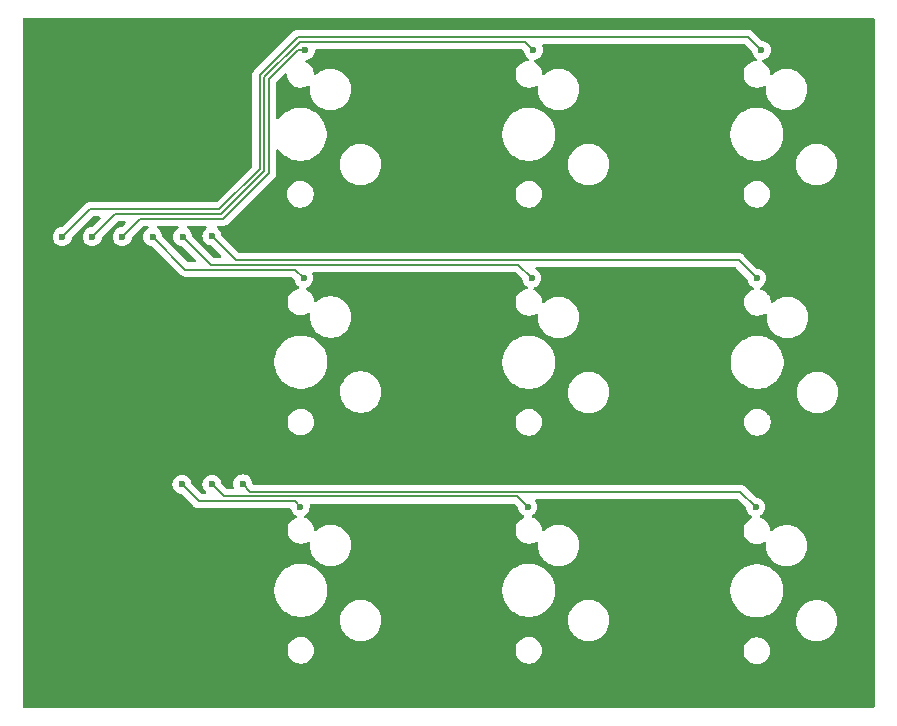
<source format=gbr>
G04 #@! TF.GenerationSoftware,KiCad,Pcbnew,8.0.6*
G04 #@! TF.CreationDate,2025-06-28T13:01:53+01:00*
G04 #@! TF.ProjectId,3x3,3378332e-6b69-4636-9164-5f7063625858,0.1*
G04 #@! TF.SameCoordinates,Original*
G04 #@! TF.FileFunction,Copper,L1,Top*
G04 #@! TF.FilePolarity,Positive*
%FSLAX46Y46*%
G04 Gerber Fmt 4.6, Leading zero omitted, Abs format (unit mm)*
G04 Created by KiCad (PCBNEW 8.0.6) date 2025-06-28 13:01:53*
%MOMM*%
%LPD*%
G01*
G04 APERTURE LIST*
G04 #@! TA.AperFunction,ViaPad*
%ADD10C,0.600000*%
G04 #@! TD*
G04 #@! TA.AperFunction,Conductor*
%ADD11C,0.200000*%
G04 #@! TD*
G04 APERTURE END LIST*
D10*
X95377000Y-31469000D03*
X79883000Y-47244000D03*
X133985000Y-31469000D03*
X74803000Y-47244000D03*
X95250000Y-50773000D03*
X82448400Y-47244000D03*
X114681000Y-31469000D03*
X77343000Y-47244000D03*
X133604000Y-50773000D03*
X87477600Y-47193200D03*
X84988400Y-47244000D03*
X114554000Y-50773000D03*
X94945200Y-70104000D03*
X84937600Y-68224400D03*
X114198400Y-70104000D03*
X87477600Y-68224400D03*
X90068400Y-68173600D03*
X133502400Y-70154800D03*
D11*
X92303600Y-33894400D02*
X94729000Y-31469000D01*
X81407000Y-45720000D02*
X88442800Y-45720000D01*
X88442800Y-45720000D02*
X92303600Y-41859200D01*
X92303600Y-41859200D02*
X92303600Y-33894400D01*
X94729000Y-31469000D02*
X95377000Y-31469000D01*
X79883000Y-47244000D02*
X81407000Y-45720000D01*
X74803000Y-47244000D02*
X77127000Y-44920000D01*
X77127000Y-44920000D02*
X88111428Y-44920000D01*
X88111428Y-44920000D02*
X91503600Y-41527828D01*
X91503600Y-33563028D02*
X94721628Y-30345000D01*
X132861000Y-30345000D02*
X133985000Y-31469000D01*
X94721628Y-30345000D02*
X132861000Y-30345000D01*
X91503600Y-41527828D02*
X91503600Y-33563028D01*
X85229600Y-50025200D02*
X94502200Y-50025200D01*
X94502200Y-50025200D02*
X95250000Y-50773000D01*
X82448400Y-47244000D02*
X85229600Y-50025200D01*
X88277114Y-45320000D02*
X91903600Y-41693514D01*
X91903600Y-33728714D02*
X94887314Y-30745000D01*
X77343000Y-47244000D02*
X79267000Y-45320000D01*
X94887314Y-30745000D02*
X113957000Y-30745000D01*
X79267000Y-45320000D02*
X88277114Y-45320000D01*
X113957000Y-30745000D02*
X114681000Y-31469000D01*
X91903600Y-41693514D02*
X91903600Y-33728714D01*
X89509600Y-49225200D02*
X132056200Y-49225200D01*
X132056200Y-49225200D02*
X133604000Y-50773000D01*
X87477600Y-47193200D02*
X89509600Y-49225200D01*
X84988400Y-47244000D02*
X87369600Y-49625200D01*
X87369600Y-49625200D02*
X113406200Y-49625200D01*
X113406200Y-49625200D02*
X114554000Y-50773000D01*
X94945200Y-70104000D02*
X94481600Y-69640400D01*
X86353600Y-69640400D02*
X84937600Y-68224400D01*
X94481600Y-69640400D02*
X86353600Y-69640400D01*
X87477600Y-68224400D02*
X88493600Y-69240400D01*
X88493600Y-69240400D02*
X113334800Y-69240400D01*
X113334800Y-69240400D02*
X114198400Y-70104000D01*
X90068400Y-68173600D02*
X90735200Y-68840400D01*
X90735200Y-68840400D02*
X132188000Y-68840400D01*
X132188000Y-68840400D02*
X133502400Y-70154800D01*
G04 #@! TA.AperFunction,NonConductor*
G36*
X143531539Y-28751185D02*
G01*
X143577294Y-28803989D01*
X143588500Y-28855500D01*
X143588500Y-86984500D01*
X143568815Y-87051539D01*
X143516011Y-87097294D01*
X143464500Y-87108500D01*
X71561500Y-87108500D01*
X71494461Y-87088815D01*
X71448706Y-87036011D01*
X71437500Y-86984500D01*
X71437500Y-82180421D01*
X93870500Y-82180421D01*
X93870500Y-82357579D01*
X93884357Y-82445067D01*
X93898214Y-82532556D01*
X93952956Y-82701039D01*
X93952957Y-82701042D01*
X94033386Y-82858890D01*
X94137517Y-83002214D01*
X94262786Y-83127483D01*
X94406110Y-83231614D01*
X94483529Y-83271061D01*
X94563957Y-83312042D01*
X94563960Y-83312043D01*
X94647057Y-83339042D01*
X94732445Y-83366786D01*
X94907421Y-83394500D01*
X94907422Y-83394500D01*
X95084578Y-83394500D01*
X95084579Y-83394500D01*
X95259555Y-83366786D01*
X95428042Y-83312042D01*
X95585890Y-83231614D01*
X95729214Y-83127483D01*
X95854483Y-83002214D01*
X95958614Y-82858890D01*
X96039042Y-82701042D01*
X96093786Y-82532555D01*
X96121500Y-82357579D01*
X96121500Y-82180421D01*
X113174500Y-82180421D01*
X113174500Y-82357579D01*
X113188357Y-82445067D01*
X113202214Y-82532556D01*
X113256956Y-82701039D01*
X113256957Y-82701042D01*
X113337386Y-82858890D01*
X113441517Y-83002214D01*
X113566786Y-83127483D01*
X113710110Y-83231614D01*
X113787529Y-83271061D01*
X113867957Y-83312042D01*
X113867960Y-83312043D01*
X113951057Y-83339042D01*
X114036445Y-83366786D01*
X114211421Y-83394500D01*
X114211422Y-83394500D01*
X114388578Y-83394500D01*
X114388579Y-83394500D01*
X114563555Y-83366786D01*
X114732042Y-83312042D01*
X114889890Y-83231614D01*
X115033214Y-83127483D01*
X115158483Y-83002214D01*
X115262614Y-82858890D01*
X115343042Y-82701042D01*
X115397786Y-82532555D01*
X115425500Y-82357579D01*
X115425500Y-82207421D01*
X132478500Y-82207421D01*
X132478500Y-82384578D01*
X132506214Y-82559556D01*
X132560956Y-82728039D01*
X132560957Y-82728042D01*
X132627629Y-82858890D01*
X132641386Y-82885890D01*
X132745517Y-83029214D01*
X132870786Y-83154483D01*
X133014110Y-83258614D01*
X133091529Y-83298061D01*
X133171957Y-83339042D01*
X133171960Y-83339043D01*
X133256201Y-83366414D01*
X133340445Y-83393786D01*
X133515421Y-83421500D01*
X133515422Y-83421500D01*
X133692578Y-83421500D01*
X133692579Y-83421500D01*
X133867555Y-83393786D01*
X134036042Y-83339042D01*
X134193890Y-83258614D01*
X134337214Y-83154483D01*
X134462483Y-83029214D01*
X134566614Y-82885890D01*
X134647042Y-82728042D01*
X134701786Y-82559555D01*
X134729500Y-82384579D01*
X134729500Y-82207421D01*
X134701786Y-82032445D01*
X134647042Y-81863958D01*
X134647042Y-81863957D01*
X134566613Y-81706109D01*
X134546997Y-81679110D01*
X134462483Y-81562786D01*
X134337214Y-81437517D01*
X134193890Y-81333386D01*
X134140900Y-81306386D01*
X134036042Y-81252957D01*
X134036039Y-81252956D01*
X133867556Y-81198214D01*
X133780067Y-81184357D01*
X133692579Y-81170500D01*
X133515421Y-81170500D01*
X133457095Y-81179738D01*
X133340443Y-81198214D01*
X133171960Y-81252956D01*
X133171957Y-81252957D01*
X133014109Y-81333386D01*
X132935971Y-81390157D01*
X132870786Y-81437517D01*
X132870784Y-81437519D01*
X132870783Y-81437519D01*
X132745519Y-81562783D01*
X132745519Y-81562784D01*
X132745517Y-81562786D01*
X132700796Y-81624338D01*
X132641386Y-81706109D01*
X132560957Y-81863957D01*
X132560956Y-81863960D01*
X132506214Y-82032443D01*
X132478500Y-82207421D01*
X115425500Y-82207421D01*
X115425500Y-82180421D01*
X115397786Y-82005445D01*
X115370414Y-81921201D01*
X115343043Y-81836960D01*
X115343042Y-81836957D01*
X115276371Y-81706110D01*
X115262614Y-81679110D01*
X115158483Y-81535786D01*
X115033214Y-81410517D01*
X114889890Y-81306386D01*
X114881953Y-81302342D01*
X114732042Y-81225957D01*
X114732039Y-81225956D01*
X114563556Y-81171214D01*
X114476067Y-81157357D01*
X114388579Y-81143500D01*
X114211421Y-81143500D01*
X114153095Y-81152738D01*
X114036443Y-81171214D01*
X113867960Y-81225956D01*
X113867957Y-81225957D01*
X113710109Y-81306386D01*
X113628338Y-81365796D01*
X113566786Y-81410517D01*
X113566784Y-81410519D01*
X113566783Y-81410519D01*
X113441519Y-81535783D01*
X113441519Y-81535784D01*
X113441517Y-81535786D01*
X113396796Y-81597338D01*
X113337386Y-81679109D01*
X113256957Y-81836957D01*
X113256956Y-81836960D01*
X113202214Y-82005443D01*
X113174500Y-82180421D01*
X96121500Y-82180421D01*
X96093786Y-82005445D01*
X96066414Y-81921201D01*
X96039043Y-81836960D01*
X96039042Y-81836957D01*
X95972371Y-81706110D01*
X95958614Y-81679110D01*
X95854483Y-81535786D01*
X95729214Y-81410517D01*
X95585890Y-81306386D01*
X95577953Y-81302342D01*
X95428042Y-81225957D01*
X95428039Y-81225956D01*
X95259556Y-81171214D01*
X95172067Y-81157357D01*
X95084579Y-81143500D01*
X94907421Y-81143500D01*
X94849095Y-81152738D01*
X94732443Y-81171214D01*
X94563960Y-81225956D01*
X94563957Y-81225957D01*
X94406109Y-81306386D01*
X94324338Y-81365796D01*
X94262786Y-81410517D01*
X94262784Y-81410519D01*
X94262783Y-81410519D01*
X94137519Y-81535783D01*
X94137519Y-81535784D01*
X94137517Y-81535786D01*
X94092796Y-81597338D01*
X94033386Y-81679109D01*
X93952957Y-81836957D01*
X93952956Y-81836960D01*
X93898214Y-82005443D01*
X93870500Y-82180421D01*
X71437500Y-82180421D01*
X71437500Y-79614258D01*
X98325500Y-79614258D01*
X98325500Y-79843741D01*
X98350446Y-80033215D01*
X98355452Y-80071238D01*
X98362687Y-80098238D01*
X98414842Y-80292887D01*
X98502650Y-80504876D01*
X98502657Y-80504890D01*
X98617392Y-80703617D01*
X98757081Y-80885661D01*
X98757089Y-80885670D01*
X98919330Y-81047911D01*
X98919338Y-81047918D01*
X98919339Y-81047919D01*
X98954525Y-81074918D01*
X99101382Y-81187607D01*
X99101385Y-81187608D01*
X99101388Y-81187611D01*
X99300112Y-81302344D01*
X99300117Y-81302346D01*
X99300123Y-81302349D01*
X99375054Y-81333386D01*
X99512113Y-81390158D01*
X99733762Y-81449548D01*
X99961266Y-81479500D01*
X99961273Y-81479500D01*
X100190727Y-81479500D01*
X100190734Y-81479500D01*
X100418238Y-81449548D01*
X100639887Y-81390158D01*
X100851888Y-81302344D01*
X101050612Y-81187611D01*
X101232661Y-81047919D01*
X101232665Y-81047914D01*
X101232670Y-81047911D01*
X101394911Y-80885670D01*
X101394914Y-80885665D01*
X101394919Y-80885661D01*
X101534611Y-80703612D01*
X101649344Y-80504888D01*
X101737158Y-80292887D01*
X101796548Y-80071238D01*
X101826500Y-79843734D01*
X101826500Y-79614266D01*
X101826499Y-79614258D01*
X117629500Y-79614258D01*
X117629500Y-79843741D01*
X117654446Y-80033215D01*
X117659452Y-80071238D01*
X117666687Y-80098238D01*
X117718842Y-80292887D01*
X117806650Y-80504876D01*
X117806657Y-80504890D01*
X117921392Y-80703617D01*
X118061081Y-80885661D01*
X118061089Y-80885670D01*
X118223330Y-81047911D01*
X118223338Y-81047918D01*
X118223339Y-81047919D01*
X118258525Y-81074918D01*
X118405382Y-81187607D01*
X118405385Y-81187608D01*
X118405388Y-81187611D01*
X118604112Y-81302344D01*
X118604117Y-81302346D01*
X118604123Y-81302349D01*
X118679054Y-81333386D01*
X118816113Y-81390158D01*
X119037762Y-81449548D01*
X119265266Y-81479500D01*
X119265273Y-81479500D01*
X119494727Y-81479500D01*
X119494734Y-81479500D01*
X119722238Y-81449548D01*
X119943887Y-81390158D01*
X120155888Y-81302344D01*
X120354612Y-81187611D01*
X120536661Y-81047919D01*
X120536665Y-81047914D01*
X120536670Y-81047911D01*
X120698911Y-80885670D01*
X120698914Y-80885665D01*
X120698919Y-80885661D01*
X120838611Y-80703612D01*
X120953344Y-80504888D01*
X121041158Y-80292887D01*
X121100548Y-80071238D01*
X121130500Y-79843734D01*
X121130500Y-79641258D01*
X136933500Y-79641258D01*
X136933500Y-79870741D01*
X136958446Y-80060215D01*
X136963452Y-80098238D01*
X137022842Y-80319887D01*
X137110650Y-80531876D01*
X137110656Y-80531888D01*
X137209803Y-80703617D01*
X137225392Y-80730617D01*
X137365081Y-80912661D01*
X137365089Y-80912670D01*
X137527330Y-81074911D01*
X137527338Y-81074918D01*
X137709382Y-81214607D01*
X137709385Y-81214608D01*
X137709388Y-81214611D01*
X137908112Y-81329344D01*
X137908117Y-81329346D01*
X137908123Y-81329349D01*
X137999480Y-81367190D01*
X138120113Y-81417158D01*
X138341762Y-81476548D01*
X138569266Y-81506500D01*
X138569273Y-81506500D01*
X138798727Y-81506500D01*
X138798734Y-81506500D01*
X139026238Y-81476548D01*
X139247887Y-81417158D01*
X139459888Y-81329344D01*
X139658612Y-81214611D01*
X139840661Y-81074919D01*
X139840665Y-81074914D01*
X139840670Y-81074911D01*
X140002911Y-80912670D01*
X140002914Y-80912665D01*
X140002919Y-80912661D01*
X140142611Y-80730612D01*
X140257344Y-80531888D01*
X140345158Y-80319887D01*
X140404548Y-80098238D01*
X140434500Y-79870734D01*
X140434500Y-79641266D01*
X140404548Y-79413762D01*
X140345158Y-79192113D01*
X140295190Y-79071480D01*
X140257349Y-78980123D01*
X140257346Y-78980117D01*
X140257344Y-78980112D01*
X140142611Y-78781388D01*
X140142608Y-78781385D01*
X140142607Y-78781382D01*
X140002918Y-78599338D01*
X140002911Y-78599330D01*
X139840670Y-78437089D01*
X139840661Y-78437081D01*
X139658617Y-78297392D01*
X139459890Y-78182657D01*
X139459876Y-78182650D01*
X139247887Y-78094842D01*
X139147120Y-78067842D01*
X139026238Y-78035452D01*
X138988215Y-78030446D01*
X138798741Y-78005500D01*
X138798734Y-78005500D01*
X138569266Y-78005500D01*
X138569258Y-78005500D01*
X138352715Y-78034009D01*
X138341762Y-78035452D01*
X138248076Y-78060554D01*
X138120112Y-78094842D01*
X137908123Y-78182650D01*
X137908109Y-78182657D01*
X137709382Y-78297392D01*
X137527338Y-78437081D01*
X137365081Y-78599338D01*
X137225392Y-78781382D01*
X137110657Y-78980109D01*
X137110650Y-78980123D01*
X137022842Y-79192112D01*
X137011815Y-79233265D01*
X136970685Y-79386770D01*
X136963453Y-79413759D01*
X136963451Y-79413770D01*
X136933500Y-79641258D01*
X121130500Y-79641258D01*
X121130500Y-79614266D01*
X121100548Y-79386762D01*
X121041158Y-79165113D01*
X120991190Y-79044480D01*
X120953349Y-78953123D01*
X120953346Y-78953117D01*
X120953344Y-78953112D01*
X120838611Y-78754388D01*
X120838608Y-78754385D01*
X120838607Y-78754382D01*
X120698918Y-78572338D01*
X120698911Y-78572330D01*
X120536670Y-78410089D01*
X120536661Y-78410081D01*
X120354617Y-78270392D01*
X120155890Y-78155657D01*
X120155876Y-78155650D01*
X119943887Y-78067842D01*
X119722238Y-78008452D01*
X119684215Y-78003446D01*
X119494741Y-77978500D01*
X119494734Y-77978500D01*
X119265266Y-77978500D01*
X119265258Y-77978500D01*
X119060184Y-78005500D01*
X119037762Y-78008452D01*
X118944076Y-78033554D01*
X118816112Y-78067842D01*
X118604123Y-78155650D01*
X118604109Y-78155657D01*
X118405382Y-78270392D01*
X118223338Y-78410081D01*
X118061081Y-78572338D01*
X117921392Y-78754382D01*
X117806657Y-78953109D01*
X117806650Y-78953123D01*
X117718842Y-79165112D01*
X117659453Y-79386759D01*
X117659451Y-79386770D01*
X117629500Y-79614258D01*
X101826499Y-79614258D01*
X101796548Y-79386762D01*
X101737158Y-79165113D01*
X101687190Y-79044480D01*
X101649349Y-78953123D01*
X101649346Y-78953117D01*
X101649344Y-78953112D01*
X101534611Y-78754388D01*
X101534608Y-78754385D01*
X101534607Y-78754382D01*
X101394918Y-78572338D01*
X101394911Y-78572330D01*
X101232670Y-78410089D01*
X101232661Y-78410081D01*
X101050617Y-78270392D01*
X100851890Y-78155657D01*
X100851876Y-78155650D01*
X100639887Y-78067842D01*
X100418238Y-78008452D01*
X100380215Y-78003446D01*
X100190741Y-77978500D01*
X100190734Y-77978500D01*
X99961266Y-77978500D01*
X99961258Y-77978500D01*
X99756184Y-78005500D01*
X99733762Y-78008452D01*
X99640076Y-78033554D01*
X99512112Y-78067842D01*
X99300123Y-78155650D01*
X99300109Y-78155657D01*
X99101382Y-78270392D01*
X98919338Y-78410081D01*
X98757081Y-78572338D01*
X98617392Y-78754382D01*
X98502657Y-78953109D01*
X98502650Y-78953123D01*
X98414842Y-79165112D01*
X98355453Y-79386759D01*
X98355451Y-79386770D01*
X98325500Y-79614258D01*
X71437500Y-79614258D01*
X71437500Y-77041900D01*
X92751600Y-77041900D01*
X92751600Y-77336099D01*
X92751601Y-77336116D01*
X92790001Y-77627796D01*
X92866152Y-77911994D01*
X92978734Y-78183794D01*
X92978742Y-78183810D01*
X93125840Y-78438589D01*
X93125851Y-78438605D01*
X93304948Y-78672009D01*
X93304954Y-78672016D01*
X93512983Y-78880045D01*
X93512990Y-78880051D01*
X93643388Y-78980109D01*
X93746403Y-79059155D01*
X93746410Y-79059159D01*
X94001189Y-79206257D01*
X94001205Y-79206265D01*
X94273005Y-79318847D01*
X94273007Y-79318847D01*
X94273013Y-79318850D01*
X94557200Y-79394998D01*
X94848894Y-79433400D01*
X94848901Y-79433400D01*
X95143099Y-79433400D01*
X95143106Y-79433400D01*
X95434800Y-79394998D01*
X95718987Y-79318850D01*
X95792318Y-79288475D01*
X95990794Y-79206265D01*
X95990797Y-79206263D01*
X95990803Y-79206261D01*
X96245597Y-79059155D01*
X96479011Y-78880050D01*
X96687050Y-78672011D01*
X96866155Y-78438597D01*
X97013261Y-78183803D01*
X97024920Y-78155657D01*
X97125847Y-77911994D01*
X97125846Y-77911994D01*
X97125850Y-77911987D01*
X97201998Y-77627800D01*
X97240400Y-77336106D01*
X97240400Y-77041900D01*
X112055600Y-77041900D01*
X112055600Y-77336099D01*
X112055601Y-77336116D01*
X112094001Y-77627796D01*
X112170152Y-77911994D01*
X112282734Y-78183794D01*
X112282742Y-78183810D01*
X112429840Y-78438589D01*
X112429851Y-78438605D01*
X112608948Y-78672009D01*
X112608954Y-78672016D01*
X112816983Y-78880045D01*
X112816990Y-78880051D01*
X112947388Y-78980109D01*
X113050403Y-79059155D01*
X113050410Y-79059159D01*
X113305189Y-79206257D01*
X113305205Y-79206265D01*
X113577005Y-79318847D01*
X113577007Y-79318847D01*
X113577013Y-79318850D01*
X113861200Y-79394998D01*
X114152894Y-79433400D01*
X114152901Y-79433400D01*
X114447099Y-79433400D01*
X114447106Y-79433400D01*
X114738800Y-79394998D01*
X115022987Y-79318850D01*
X115096318Y-79288475D01*
X115294794Y-79206265D01*
X115294797Y-79206263D01*
X115294803Y-79206261D01*
X115549597Y-79059155D01*
X115783011Y-78880050D01*
X115991050Y-78672011D01*
X116170155Y-78438597D01*
X116317261Y-78183803D01*
X116328920Y-78155657D01*
X116429847Y-77911994D01*
X116429846Y-77911994D01*
X116429850Y-77911987D01*
X116505998Y-77627800D01*
X116544400Y-77336106D01*
X116544400Y-77068900D01*
X131359600Y-77068900D01*
X131359600Y-77363099D01*
X131359601Y-77363116D01*
X131398001Y-77654796D01*
X131474152Y-77938994D01*
X131586734Y-78210794D01*
X131586742Y-78210810D01*
X131733840Y-78465589D01*
X131733851Y-78465605D01*
X131912948Y-78699009D01*
X131912954Y-78699016D01*
X132120983Y-78907045D01*
X132120990Y-78907051D01*
X132287205Y-79034592D01*
X132354403Y-79086155D01*
X132354410Y-79086159D01*
X132609189Y-79233257D01*
X132609205Y-79233265D01*
X132881005Y-79345847D01*
X132881007Y-79345847D01*
X132881013Y-79345850D01*
X133165200Y-79421998D01*
X133456894Y-79460400D01*
X133456901Y-79460400D01*
X133751099Y-79460400D01*
X133751106Y-79460400D01*
X134042800Y-79421998D01*
X134326987Y-79345850D01*
X134400318Y-79315475D01*
X134598794Y-79233265D01*
X134598797Y-79233263D01*
X134598803Y-79233261D01*
X134853597Y-79086155D01*
X135087011Y-78907050D01*
X135295050Y-78699011D01*
X135474155Y-78465597D01*
X135621261Y-78210803D01*
X135632449Y-78183794D01*
X135733847Y-77938994D01*
X135733846Y-77938994D01*
X135733850Y-77938987D01*
X135809998Y-77654800D01*
X135848400Y-77363106D01*
X135848400Y-77068894D01*
X135809998Y-76777200D01*
X135733850Y-76493013D01*
X135733847Y-76493005D01*
X135621265Y-76221205D01*
X135621257Y-76221189D01*
X135474159Y-75966410D01*
X135474155Y-75966403D01*
X135295050Y-75732989D01*
X135295045Y-75732983D01*
X135087016Y-75524954D01*
X135087009Y-75524948D01*
X134853605Y-75345851D01*
X134853603Y-75345849D01*
X134853597Y-75345845D01*
X134853592Y-75345842D01*
X134853589Y-75345840D01*
X134598810Y-75198742D01*
X134598794Y-75198734D01*
X134326994Y-75086152D01*
X134226229Y-75059152D01*
X134042800Y-75010002D01*
X134042799Y-75010001D01*
X134042796Y-75010001D01*
X133751116Y-74971601D01*
X133751111Y-74971600D01*
X133751106Y-74971600D01*
X133456894Y-74971600D01*
X133456888Y-74971600D01*
X133456883Y-74971601D01*
X133165203Y-75010001D01*
X132881005Y-75086152D01*
X132609205Y-75198734D01*
X132609189Y-75198742D01*
X132354410Y-75345840D01*
X132354394Y-75345851D01*
X132120990Y-75524948D01*
X132120983Y-75524954D01*
X131912954Y-75732983D01*
X131912948Y-75732990D01*
X131733851Y-75966394D01*
X131733840Y-75966410D01*
X131586742Y-76221189D01*
X131586734Y-76221205D01*
X131474152Y-76493005D01*
X131398001Y-76777203D01*
X131359601Y-77068883D01*
X131359600Y-77068900D01*
X116544400Y-77068900D01*
X116544400Y-77041894D01*
X116505998Y-76750200D01*
X116429850Y-76466013D01*
X116429847Y-76466005D01*
X116317265Y-76194205D01*
X116317257Y-76194189D01*
X116170159Y-75939410D01*
X116170155Y-75939403D01*
X115991050Y-75705989D01*
X115991045Y-75705983D01*
X115783016Y-75497954D01*
X115783009Y-75497948D01*
X115549605Y-75318851D01*
X115549603Y-75318849D01*
X115549597Y-75318845D01*
X115549592Y-75318842D01*
X115549589Y-75318840D01*
X115294810Y-75171742D01*
X115294794Y-75171734D01*
X115022994Y-75059152D01*
X114738796Y-74983001D01*
X114447116Y-74944601D01*
X114447111Y-74944600D01*
X114447106Y-74944600D01*
X114152894Y-74944600D01*
X114152888Y-74944600D01*
X114152883Y-74944601D01*
X113861203Y-74983001D01*
X113577005Y-75059152D01*
X113305205Y-75171734D01*
X113305189Y-75171742D01*
X113050410Y-75318840D01*
X113050394Y-75318851D01*
X112816990Y-75497948D01*
X112816983Y-75497954D01*
X112608954Y-75705983D01*
X112608948Y-75705990D01*
X112429851Y-75939394D01*
X112429840Y-75939410D01*
X112282742Y-76194189D01*
X112282734Y-76194205D01*
X112170152Y-76466005D01*
X112094001Y-76750203D01*
X112055601Y-77041883D01*
X112055600Y-77041900D01*
X97240400Y-77041900D01*
X97240400Y-77041894D01*
X97201998Y-76750200D01*
X97125850Y-76466013D01*
X97125847Y-76466005D01*
X97013265Y-76194205D01*
X97013257Y-76194189D01*
X96866159Y-75939410D01*
X96866155Y-75939403D01*
X96687050Y-75705989D01*
X96687045Y-75705983D01*
X96479016Y-75497954D01*
X96479009Y-75497948D01*
X96245605Y-75318851D01*
X96245603Y-75318849D01*
X96245597Y-75318845D01*
X96245592Y-75318842D01*
X96245589Y-75318840D01*
X95990810Y-75171742D01*
X95990794Y-75171734D01*
X95718994Y-75059152D01*
X95434796Y-74983001D01*
X95143116Y-74944601D01*
X95143111Y-74944600D01*
X95143106Y-74944600D01*
X94848894Y-74944600D01*
X94848888Y-74944600D01*
X94848883Y-74944601D01*
X94557203Y-74983001D01*
X94273005Y-75059152D01*
X94001205Y-75171734D01*
X94001189Y-75171742D01*
X93746410Y-75318840D01*
X93746394Y-75318851D01*
X93512990Y-75497948D01*
X93512983Y-75497954D01*
X93304954Y-75705983D01*
X93304948Y-75705990D01*
X93125851Y-75939394D01*
X93125840Y-75939410D01*
X92978742Y-76194189D01*
X92978734Y-76194205D01*
X92866152Y-76466005D01*
X92790001Y-76750203D01*
X92751601Y-77041883D01*
X92751600Y-77041900D01*
X71437500Y-77041900D01*
X71437500Y-68224396D01*
X84132035Y-68224396D01*
X84132035Y-68224403D01*
X84152230Y-68403649D01*
X84152231Y-68403654D01*
X84211811Y-68573923D01*
X84307784Y-68726662D01*
X84435338Y-68854216D01*
X84588078Y-68950189D01*
X84758345Y-69009768D01*
X84845269Y-69019561D01*
X84909680Y-69046626D01*
X84919065Y-69055100D01*
X85868739Y-70004774D01*
X85868749Y-70004785D01*
X85873079Y-70009115D01*
X85873080Y-70009116D01*
X85984884Y-70120920D01*
X85984886Y-70120921D01*
X85984890Y-70120924D01*
X86093893Y-70183856D01*
X86121816Y-70199977D01*
X86233619Y-70229934D01*
X86274542Y-70240900D01*
X86274543Y-70240900D01*
X94057028Y-70240900D01*
X94124067Y-70260585D01*
X94169822Y-70313389D01*
X94174070Y-70323945D01*
X94219411Y-70453522D01*
X94315384Y-70606262D01*
X94442938Y-70733816D01*
X94523784Y-70784615D01*
X94595678Y-70829789D01*
X94597222Y-70830533D01*
X94598046Y-70831277D01*
X94601574Y-70833494D01*
X94601185Y-70834112D01*
X94649079Y-70877358D01*
X94667389Y-70944786D01*
X94646338Y-71011409D01*
X94592609Y-71056075D01*
X94581734Y-71060182D01*
X94563957Y-71065958D01*
X94406109Y-71146386D01*
X94324338Y-71205796D01*
X94262786Y-71250517D01*
X94262784Y-71250519D01*
X94262783Y-71250519D01*
X94137519Y-71375783D01*
X94137519Y-71375784D01*
X94137517Y-71375786D01*
X94092796Y-71437338D01*
X94033386Y-71519109D01*
X93952957Y-71676957D01*
X93952956Y-71676960D01*
X93898214Y-71845443D01*
X93886344Y-71920389D01*
X93870500Y-72020421D01*
X93870500Y-72197579D01*
X93878697Y-72249330D01*
X93898214Y-72372556D01*
X93952956Y-72541039D01*
X93952957Y-72541042D01*
X93998347Y-72630123D01*
X94033386Y-72698890D01*
X94137517Y-72842214D01*
X94262786Y-72967483D01*
X94406110Y-73071614D01*
X94483529Y-73111061D01*
X94563957Y-73152042D01*
X94563960Y-73152043D01*
X94647057Y-73179042D01*
X94732445Y-73206786D01*
X94907421Y-73234500D01*
X94907422Y-73234500D01*
X95084578Y-73234500D01*
X95084579Y-73234500D01*
X95259555Y-73206786D01*
X95428042Y-73152042D01*
X95585890Y-73071614D01*
X95601161Y-73060518D01*
X95666964Y-73037038D01*
X95735018Y-73052862D01*
X95783715Y-73102966D01*
X95797592Y-73171443D01*
X95796986Y-73177022D01*
X95785500Y-73264258D01*
X95785500Y-73493741D01*
X95810446Y-73683215D01*
X95815452Y-73721238D01*
X95822687Y-73748238D01*
X95874842Y-73942887D01*
X95962650Y-74154876D01*
X95962657Y-74154890D01*
X96077392Y-74353617D01*
X96217081Y-74535661D01*
X96217089Y-74535670D01*
X96379330Y-74697911D01*
X96379338Y-74697918D01*
X96379339Y-74697919D01*
X96414525Y-74724918D01*
X96561382Y-74837607D01*
X96561385Y-74837608D01*
X96561388Y-74837611D01*
X96760112Y-74952344D01*
X96760117Y-74952346D01*
X96760123Y-74952349D01*
X96851480Y-74990190D01*
X96972113Y-75040158D01*
X97193762Y-75099548D01*
X97421266Y-75129500D01*
X97421273Y-75129500D01*
X97650727Y-75129500D01*
X97650734Y-75129500D01*
X97878238Y-75099548D01*
X98099887Y-75040158D01*
X98311888Y-74952344D01*
X98510612Y-74837611D01*
X98692661Y-74697919D01*
X98692665Y-74697914D01*
X98692670Y-74697911D01*
X98854911Y-74535670D01*
X98854914Y-74535665D01*
X98854919Y-74535661D01*
X98994611Y-74353612D01*
X99109344Y-74154888D01*
X99197158Y-73942887D01*
X99256548Y-73721238D01*
X99286500Y-73493734D01*
X99286500Y-73264266D01*
X99256548Y-73036762D01*
X99197158Y-72815113D01*
X99147190Y-72694480D01*
X99109349Y-72603123D01*
X99109346Y-72603117D01*
X99109344Y-72603112D01*
X98994611Y-72404388D01*
X98994608Y-72404385D01*
X98994607Y-72404382D01*
X98854918Y-72222338D01*
X98854911Y-72222330D01*
X98692670Y-72060089D01*
X98692661Y-72060081D01*
X98510617Y-71920392D01*
X98311890Y-71805657D01*
X98311876Y-71805650D01*
X98099887Y-71717842D01*
X98048078Y-71703960D01*
X97878238Y-71658452D01*
X97840215Y-71653446D01*
X97650741Y-71628500D01*
X97650734Y-71628500D01*
X97421266Y-71628500D01*
X97421258Y-71628500D01*
X97216184Y-71655500D01*
X97193762Y-71658452D01*
X97100076Y-71683554D01*
X96972112Y-71717842D01*
X96760123Y-71805650D01*
X96760109Y-71805657D01*
X96561382Y-71920392D01*
X96379338Y-72060081D01*
X96333181Y-72106238D01*
X96271858Y-72139723D01*
X96202166Y-72134739D01*
X96146233Y-72092867D01*
X96121816Y-72027403D01*
X96121621Y-72021967D01*
X96121500Y-72020423D01*
X96109933Y-71947392D01*
X96093786Y-71845445D01*
X96052326Y-71717842D01*
X96039043Y-71676960D01*
X96039042Y-71676957D01*
X95972371Y-71546110D01*
X95958614Y-71519110D01*
X95854483Y-71375786D01*
X95729214Y-71250517D01*
X95585890Y-71146386D01*
X95428042Y-71065957D01*
X95428039Y-71065956D01*
X95344499Y-71038813D01*
X95286824Y-70999376D01*
X95259625Y-70935017D01*
X95271540Y-70866171D01*
X95316845Y-70815888D01*
X95447462Y-70733816D01*
X95575016Y-70606262D01*
X95670989Y-70453522D01*
X95730568Y-70283255D01*
X95730569Y-70283249D01*
X95750765Y-70104003D01*
X95750765Y-70103996D01*
X95736657Y-69978783D01*
X95748711Y-69909962D01*
X95796061Y-69858582D01*
X95859877Y-69840900D01*
X113034703Y-69840900D01*
X113101742Y-69860585D01*
X113122384Y-69877219D01*
X113367698Y-70122533D01*
X113401183Y-70183856D01*
X113403237Y-70196330D01*
X113413030Y-70283249D01*
X113472610Y-70453521D01*
X113504530Y-70504321D01*
X113568584Y-70606262D01*
X113696138Y-70733816D01*
X113776984Y-70784615D01*
X113848878Y-70829789D01*
X113861672Y-70834266D01*
X113918448Y-70874987D01*
X113944196Y-70939940D01*
X113930740Y-71008502D01*
X113882353Y-71058905D01*
X113868179Y-71065866D01*
X113867961Y-71065956D01*
X113710109Y-71146386D01*
X113628338Y-71205796D01*
X113566786Y-71250517D01*
X113566784Y-71250519D01*
X113566783Y-71250519D01*
X113441519Y-71375783D01*
X113441519Y-71375784D01*
X113441517Y-71375786D01*
X113396796Y-71437338D01*
X113337386Y-71519109D01*
X113256957Y-71676957D01*
X113256956Y-71676960D01*
X113202214Y-71845443D01*
X113190344Y-71920389D01*
X113174500Y-72020421D01*
X113174500Y-72197579D01*
X113182697Y-72249330D01*
X113202214Y-72372556D01*
X113256956Y-72541039D01*
X113256957Y-72541042D01*
X113302347Y-72630123D01*
X113337386Y-72698890D01*
X113441517Y-72842214D01*
X113566786Y-72967483D01*
X113710110Y-73071614D01*
X113787529Y-73111061D01*
X113867957Y-73152042D01*
X113867960Y-73152043D01*
X113951057Y-73179042D01*
X114036445Y-73206786D01*
X114211421Y-73234500D01*
X114211422Y-73234500D01*
X114388578Y-73234500D01*
X114388579Y-73234500D01*
X114563555Y-73206786D01*
X114732042Y-73152042D01*
X114889890Y-73071614D01*
X114905161Y-73060518D01*
X114970964Y-73037038D01*
X115039018Y-73052862D01*
X115087715Y-73102966D01*
X115101592Y-73171443D01*
X115100986Y-73177022D01*
X115089500Y-73264258D01*
X115089500Y-73493741D01*
X115114446Y-73683215D01*
X115119452Y-73721238D01*
X115126687Y-73748238D01*
X115178842Y-73942887D01*
X115266650Y-74154876D01*
X115266657Y-74154890D01*
X115381392Y-74353617D01*
X115521081Y-74535661D01*
X115521089Y-74535670D01*
X115683330Y-74697911D01*
X115683338Y-74697918D01*
X115683339Y-74697919D01*
X115718525Y-74724918D01*
X115865382Y-74837607D01*
X115865385Y-74837608D01*
X115865388Y-74837611D01*
X116064112Y-74952344D01*
X116064117Y-74952346D01*
X116064123Y-74952349D01*
X116155480Y-74990190D01*
X116276113Y-75040158D01*
X116497762Y-75099548D01*
X116725266Y-75129500D01*
X116725273Y-75129500D01*
X116954727Y-75129500D01*
X116954734Y-75129500D01*
X117182238Y-75099548D01*
X117403887Y-75040158D01*
X117615888Y-74952344D01*
X117814612Y-74837611D01*
X117996661Y-74697919D01*
X117996665Y-74697914D01*
X117996670Y-74697911D01*
X118158911Y-74535670D01*
X118158914Y-74535665D01*
X118158919Y-74535661D01*
X118298611Y-74353612D01*
X118413344Y-74154888D01*
X118501158Y-73942887D01*
X118560548Y-73721238D01*
X118590500Y-73493734D01*
X118590500Y-73264266D01*
X118560548Y-73036762D01*
X118501158Y-72815113D01*
X118451190Y-72694480D01*
X118413349Y-72603123D01*
X118413346Y-72603117D01*
X118413344Y-72603112D01*
X118298611Y-72404388D01*
X118298608Y-72404385D01*
X118298607Y-72404382D01*
X118158918Y-72222338D01*
X118158911Y-72222330D01*
X117996670Y-72060089D01*
X117996661Y-72060081D01*
X117814617Y-71920392D01*
X117615890Y-71805657D01*
X117615876Y-71805650D01*
X117403887Y-71717842D01*
X117352078Y-71703960D01*
X117182238Y-71658452D01*
X117144215Y-71653446D01*
X116954741Y-71628500D01*
X116954734Y-71628500D01*
X116725266Y-71628500D01*
X116725258Y-71628500D01*
X116520184Y-71655500D01*
X116497762Y-71658452D01*
X116404076Y-71683554D01*
X116276112Y-71717842D01*
X116064123Y-71805650D01*
X116064109Y-71805657D01*
X115865382Y-71920392D01*
X115683338Y-72060081D01*
X115637181Y-72106238D01*
X115575858Y-72139723D01*
X115506166Y-72134739D01*
X115450233Y-72092867D01*
X115425816Y-72027403D01*
X115425621Y-72021967D01*
X115425500Y-72020423D01*
X115413933Y-71947392D01*
X115397786Y-71845445D01*
X115356326Y-71717842D01*
X115343043Y-71676960D01*
X115343042Y-71676957D01*
X115276371Y-71546110D01*
X115262614Y-71519110D01*
X115158483Y-71375786D01*
X115033214Y-71250517D01*
X114889890Y-71146386D01*
X114732042Y-71065957D01*
X114732039Y-71065956D01*
X114615014Y-71027933D01*
X114557338Y-70988496D01*
X114530140Y-70924137D01*
X114542055Y-70855291D01*
X114587359Y-70805009D01*
X114700662Y-70733816D01*
X114828216Y-70606262D01*
X114924189Y-70453522D01*
X114983768Y-70283255D01*
X114983769Y-70283249D01*
X115003965Y-70104003D01*
X115003965Y-70103996D01*
X114983769Y-69924750D01*
X114983768Y-69924745D01*
X114961317Y-69860585D01*
X114924189Y-69754478D01*
X114846521Y-69630871D01*
X114827522Y-69563636D01*
X114847890Y-69496800D01*
X114901157Y-69451586D01*
X114951516Y-69440900D01*
X131887903Y-69440900D01*
X131954942Y-69460585D01*
X131975584Y-69477219D01*
X132671698Y-70173333D01*
X132705183Y-70234656D01*
X132707237Y-70247130D01*
X132717030Y-70334049D01*
X132776610Y-70504321D01*
X132840664Y-70606262D01*
X132872584Y-70657062D01*
X133000138Y-70784616D01*
X133088472Y-70840120D01*
X133158774Y-70884294D01*
X133157888Y-70885702D01*
X133203338Y-70926736D01*
X133221652Y-70994162D01*
X133200606Y-71060787D01*
X133153974Y-71102120D01*
X133014111Y-71173384D01*
X132913845Y-71246232D01*
X132870786Y-71277517D01*
X132870784Y-71277519D01*
X132870783Y-71277519D01*
X132745519Y-71402783D01*
X132745519Y-71402784D01*
X132745517Y-71402786D01*
X132700796Y-71464338D01*
X132641386Y-71546109D01*
X132560957Y-71703957D01*
X132560956Y-71703960D01*
X132506214Y-71872443D01*
X132478500Y-72047421D01*
X132478500Y-72224578D01*
X132506214Y-72399556D01*
X132560956Y-72568039D01*
X132560957Y-72568042D01*
X132627629Y-72698890D01*
X132641386Y-72725890D01*
X132745517Y-72869214D01*
X132870786Y-72994483D01*
X133014110Y-73098614D01*
X133091529Y-73138061D01*
X133171957Y-73179042D01*
X133171960Y-73179043D01*
X133256201Y-73206414D01*
X133340445Y-73233786D01*
X133515421Y-73261500D01*
X133515422Y-73261500D01*
X133692578Y-73261500D01*
X133692579Y-73261500D01*
X133867555Y-73233786D01*
X134036042Y-73179042D01*
X134193890Y-73098614D01*
X134209161Y-73087518D01*
X134274964Y-73064038D01*
X134343018Y-73079862D01*
X134391715Y-73129966D01*
X134405592Y-73198443D01*
X134404986Y-73204022D01*
X134393500Y-73291258D01*
X134393500Y-73520741D01*
X134418446Y-73710215D01*
X134423452Y-73748238D01*
X134482842Y-73969887D01*
X134570650Y-74181876D01*
X134570656Y-74181888D01*
X134669803Y-74353617D01*
X134685392Y-74380617D01*
X134825081Y-74562661D01*
X134825089Y-74562670D01*
X134987330Y-74724911D01*
X134987338Y-74724918D01*
X135169382Y-74864607D01*
X135169385Y-74864608D01*
X135169388Y-74864611D01*
X135368112Y-74979344D01*
X135368117Y-74979346D01*
X135368123Y-74979349D01*
X135459480Y-75017190D01*
X135580113Y-75067158D01*
X135801762Y-75126548D01*
X136029266Y-75156500D01*
X136029273Y-75156500D01*
X136258727Y-75156500D01*
X136258734Y-75156500D01*
X136486238Y-75126548D01*
X136707887Y-75067158D01*
X136919888Y-74979344D01*
X137118612Y-74864611D01*
X137300661Y-74724919D01*
X137300665Y-74724914D01*
X137300670Y-74724911D01*
X137462911Y-74562670D01*
X137462914Y-74562665D01*
X137462919Y-74562661D01*
X137602611Y-74380612D01*
X137717344Y-74181888D01*
X137805158Y-73969887D01*
X137864548Y-73748238D01*
X137894500Y-73520734D01*
X137894500Y-73291266D01*
X137864548Y-73063762D01*
X137805158Y-72842113D01*
X137717344Y-72630112D01*
X137602611Y-72431388D01*
X137602608Y-72431385D01*
X137602607Y-72431382D01*
X137462918Y-72249338D01*
X137462911Y-72249330D01*
X137300670Y-72087089D01*
X137300661Y-72087081D01*
X137118617Y-71947392D01*
X136919890Y-71832657D01*
X136919876Y-71832650D01*
X136707887Y-71744842D01*
X136607120Y-71717842D01*
X136486238Y-71685452D01*
X136448215Y-71680446D01*
X136258741Y-71655500D01*
X136258734Y-71655500D01*
X136029266Y-71655500D01*
X136029258Y-71655500D01*
X135812715Y-71684009D01*
X135801762Y-71685452D01*
X135708076Y-71710554D01*
X135580112Y-71744842D01*
X135368123Y-71832650D01*
X135368109Y-71832657D01*
X135169382Y-71947392D01*
X134987338Y-72087081D01*
X134941181Y-72133238D01*
X134879858Y-72166723D01*
X134810166Y-72161739D01*
X134754233Y-72119867D01*
X134729816Y-72054403D01*
X134729621Y-72048967D01*
X134729500Y-72047423D01*
X134725468Y-72021967D01*
X134701786Y-71872445D01*
X134647042Y-71703958D01*
X134647042Y-71703957D01*
X134566613Y-71546109D01*
X134546997Y-71519110D01*
X134462483Y-71402786D01*
X134337214Y-71277517D01*
X134193890Y-71173386D01*
X134140900Y-71146386D01*
X134036042Y-71092957D01*
X134036039Y-71092956D01*
X133943981Y-71063045D01*
X133886305Y-71023607D01*
X133859107Y-70959249D01*
X133871022Y-70890402D01*
X133916325Y-70840121D01*
X134004662Y-70784616D01*
X134132216Y-70657062D01*
X134228189Y-70504322D01*
X134287768Y-70334055D01*
X134288907Y-70323945D01*
X134307965Y-70154803D01*
X134307965Y-70154796D01*
X134287769Y-69975550D01*
X134287768Y-69975545D01*
X134269992Y-69924745D01*
X134228189Y-69805278D01*
X134132216Y-69652538D01*
X134004662Y-69524984D01*
X133851921Y-69429010D01*
X133681649Y-69369430D01*
X133594730Y-69359637D01*
X133530316Y-69332570D01*
X133520933Y-69324098D01*
X132675590Y-68478755D01*
X132675588Y-68478752D01*
X132556717Y-68359881D01*
X132556709Y-68359875D01*
X132458989Y-68303457D01*
X132458987Y-68303456D01*
X132419790Y-68280825D01*
X132419789Y-68280824D01*
X132407263Y-68277467D01*
X132267057Y-68239899D01*
X132108943Y-68239899D01*
X132101347Y-68239899D01*
X132101331Y-68239900D01*
X91035299Y-68239900D01*
X90968260Y-68220215D01*
X90947618Y-68203581D01*
X90899100Y-68155063D01*
X90865615Y-68093740D01*
X90863561Y-68081264D01*
X90853769Y-67994347D01*
X90794189Y-67824078D01*
X90698215Y-67671337D01*
X90570662Y-67543784D01*
X90417923Y-67447811D01*
X90247654Y-67388231D01*
X90247649Y-67388230D01*
X90068404Y-67368035D01*
X90068396Y-67368035D01*
X89889150Y-67388230D01*
X89889145Y-67388231D01*
X89718876Y-67447811D01*
X89566137Y-67543784D01*
X89438584Y-67671337D01*
X89342611Y-67824076D01*
X89283031Y-67994345D01*
X89283030Y-67994350D01*
X89262835Y-68173596D01*
X89262835Y-68173603D01*
X89283030Y-68352849D01*
X89283032Y-68352857D01*
X89325753Y-68474946D01*
X89329314Y-68544724D01*
X89294585Y-68605352D01*
X89232592Y-68637579D01*
X89208711Y-68639900D01*
X88793697Y-68639900D01*
X88726658Y-68620215D01*
X88706016Y-68603581D01*
X88308300Y-68205865D01*
X88274815Y-68144542D01*
X88272763Y-68132086D01*
X88262968Y-68045145D01*
X88203389Y-67874878D01*
X88107416Y-67722138D01*
X87979862Y-67594584D01*
X87827123Y-67498611D01*
X87656854Y-67439031D01*
X87656849Y-67439030D01*
X87477604Y-67418835D01*
X87477596Y-67418835D01*
X87298350Y-67439030D01*
X87298345Y-67439031D01*
X87128076Y-67498611D01*
X86975337Y-67594584D01*
X86847784Y-67722137D01*
X86751811Y-67874876D01*
X86692231Y-68045145D01*
X86692230Y-68045150D01*
X86672035Y-68224396D01*
X86672035Y-68224403D01*
X86692230Y-68403649D01*
X86692231Y-68403654D01*
X86751811Y-68573923D01*
X86847784Y-68726662D01*
X86949341Y-68828219D01*
X86982826Y-68889542D01*
X86977842Y-68959234D01*
X86935970Y-69015167D01*
X86870506Y-69039584D01*
X86861660Y-69039900D01*
X86653697Y-69039900D01*
X86586658Y-69020215D01*
X86566016Y-69003581D01*
X85768300Y-68205865D01*
X85734815Y-68144542D01*
X85732763Y-68132086D01*
X85722968Y-68045145D01*
X85663389Y-67874878D01*
X85567416Y-67722138D01*
X85439862Y-67594584D01*
X85287123Y-67498611D01*
X85116854Y-67439031D01*
X85116849Y-67439030D01*
X84937604Y-67418835D01*
X84937596Y-67418835D01*
X84758350Y-67439030D01*
X84758345Y-67439031D01*
X84588076Y-67498611D01*
X84435337Y-67594584D01*
X84307784Y-67722137D01*
X84211811Y-67874876D01*
X84152231Y-68045145D01*
X84152230Y-68045150D01*
X84132035Y-68224396D01*
X71437500Y-68224396D01*
X71437500Y-62849421D01*
X93870500Y-62849421D01*
X93870500Y-63026579D01*
X93884357Y-63114067D01*
X93898214Y-63201556D01*
X93952956Y-63370039D01*
X93952957Y-63370042D01*
X94033386Y-63527890D01*
X94137517Y-63671214D01*
X94262786Y-63796483D01*
X94406110Y-63900614D01*
X94483529Y-63940061D01*
X94563957Y-63981042D01*
X94563960Y-63981043D01*
X94647057Y-64008042D01*
X94732445Y-64035786D01*
X94907421Y-64063500D01*
X94907422Y-64063500D01*
X95084578Y-64063500D01*
X95084579Y-64063500D01*
X95259555Y-64035786D01*
X95428042Y-63981042D01*
X95585890Y-63900614D01*
X95729214Y-63796483D01*
X95854483Y-63671214D01*
X95958614Y-63527890D01*
X96039042Y-63370042D01*
X96093786Y-63201555D01*
X96121500Y-63026579D01*
X96121500Y-62876421D01*
X113174500Y-62876421D01*
X113174500Y-63053578D01*
X113202214Y-63228556D01*
X113256956Y-63397039D01*
X113256957Y-63397042D01*
X113323629Y-63527890D01*
X113337386Y-63554890D01*
X113441517Y-63698214D01*
X113566786Y-63823483D01*
X113710110Y-63927614D01*
X113787529Y-63967061D01*
X113867957Y-64008042D01*
X113867960Y-64008043D01*
X113952201Y-64035414D01*
X114036445Y-64062786D01*
X114211421Y-64090500D01*
X114211422Y-64090500D01*
X114388578Y-64090500D01*
X114388579Y-64090500D01*
X114563555Y-64062786D01*
X114732042Y-64008042D01*
X114889890Y-63927614D01*
X115033214Y-63823483D01*
X115158483Y-63698214D01*
X115262614Y-63554890D01*
X115343042Y-63397042D01*
X115397786Y-63228555D01*
X115425500Y-63053579D01*
X115425500Y-62876421D01*
X132521566Y-62876421D01*
X132521566Y-63053578D01*
X132549280Y-63228556D01*
X132604022Y-63397039D01*
X132604023Y-63397042D01*
X132670695Y-63527890D01*
X132684452Y-63554890D01*
X132788583Y-63698214D01*
X132913852Y-63823483D01*
X133057176Y-63927614D01*
X133134595Y-63967061D01*
X133215023Y-64008042D01*
X133215026Y-64008043D01*
X133299267Y-64035414D01*
X133383511Y-64062786D01*
X133558487Y-64090500D01*
X133558488Y-64090500D01*
X133735644Y-64090500D01*
X133735645Y-64090500D01*
X133910621Y-64062786D01*
X134079108Y-64008042D01*
X134236956Y-63927614D01*
X134380280Y-63823483D01*
X134505549Y-63698214D01*
X134609680Y-63554890D01*
X134690108Y-63397042D01*
X134744852Y-63228555D01*
X134772566Y-63053579D01*
X134772566Y-62876421D01*
X134744852Y-62701445D01*
X134690108Y-62532958D01*
X134690108Y-62532957D01*
X134609679Y-62375109D01*
X134590063Y-62348110D01*
X134505549Y-62231786D01*
X134380280Y-62106517D01*
X134236956Y-62002386D01*
X134183966Y-61975386D01*
X134079108Y-61921957D01*
X134079105Y-61921956D01*
X133910622Y-61867214D01*
X133823133Y-61853357D01*
X133735645Y-61839500D01*
X133558487Y-61839500D01*
X133500161Y-61848738D01*
X133383509Y-61867214D01*
X133215026Y-61921956D01*
X133215023Y-61921957D01*
X133057175Y-62002386D01*
X132979037Y-62059157D01*
X132913852Y-62106517D01*
X132913850Y-62106519D01*
X132913849Y-62106519D01*
X132788585Y-62231783D01*
X132788585Y-62231784D01*
X132788583Y-62231786D01*
X132743862Y-62293338D01*
X132684452Y-62375109D01*
X132604023Y-62532957D01*
X132604022Y-62532960D01*
X132549280Y-62701443D01*
X132521566Y-62876421D01*
X115425500Y-62876421D01*
X115397786Y-62701445D01*
X115343042Y-62532958D01*
X115343042Y-62532957D01*
X115262613Y-62375109D01*
X115242997Y-62348110D01*
X115158483Y-62231786D01*
X115033214Y-62106517D01*
X114889890Y-62002386D01*
X114836900Y-61975386D01*
X114732042Y-61921957D01*
X114732039Y-61921956D01*
X114563556Y-61867214D01*
X114476067Y-61853357D01*
X114388579Y-61839500D01*
X114211421Y-61839500D01*
X114153095Y-61848738D01*
X114036443Y-61867214D01*
X113867960Y-61921956D01*
X113867957Y-61921957D01*
X113710109Y-62002386D01*
X113631971Y-62059157D01*
X113566786Y-62106517D01*
X113566784Y-62106519D01*
X113566783Y-62106519D01*
X113441519Y-62231783D01*
X113441519Y-62231784D01*
X113441517Y-62231786D01*
X113396796Y-62293338D01*
X113337386Y-62375109D01*
X113256957Y-62532957D01*
X113256956Y-62532960D01*
X113202214Y-62701443D01*
X113174500Y-62876421D01*
X96121500Y-62876421D01*
X96121500Y-62849421D01*
X96093786Y-62674445D01*
X96066414Y-62590201D01*
X96039043Y-62505960D01*
X96039042Y-62505957D01*
X95972371Y-62375110D01*
X95958614Y-62348110D01*
X95854483Y-62204786D01*
X95729214Y-62079517D01*
X95585890Y-61975386D01*
X95577953Y-61971342D01*
X95428042Y-61894957D01*
X95428039Y-61894956D01*
X95259556Y-61840214D01*
X95172067Y-61826357D01*
X95084579Y-61812500D01*
X94907421Y-61812500D01*
X94849095Y-61821738D01*
X94732443Y-61840214D01*
X94563960Y-61894956D01*
X94563957Y-61894957D01*
X94406109Y-61975386D01*
X94324338Y-62034796D01*
X94262786Y-62079517D01*
X94262784Y-62079519D01*
X94262783Y-62079519D01*
X94137519Y-62204783D01*
X94137519Y-62204784D01*
X94137517Y-62204786D01*
X94092796Y-62266338D01*
X94033386Y-62348109D01*
X93952957Y-62505957D01*
X93952956Y-62505960D01*
X93898214Y-62674443D01*
X93870500Y-62849421D01*
X71437500Y-62849421D01*
X71437500Y-60283258D01*
X98325500Y-60283258D01*
X98325500Y-60512741D01*
X98350446Y-60702215D01*
X98355452Y-60740238D01*
X98362687Y-60767238D01*
X98414842Y-60961887D01*
X98502650Y-61173876D01*
X98502657Y-61173890D01*
X98617392Y-61372617D01*
X98757081Y-61554661D01*
X98757089Y-61554670D01*
X98919330Y-61716911D01*
X98919338Y-61716918D01*
X98919339Y-61716919D01*
X98954525Y-61743918D01*
X99101382Y-61856607D01*
X99101385Y-61856608D01*
X99101388Y-61856611D01*
X99300112Y-61971344D01*
X99300117Y-61971346D01*
X99300123Y-61971349D01*
X99375054Y-62002386D01*
X99512113Y-62059158D01*
X99733762Y-62118548D01*
X99961266Y-62148500D01*
X99961273Y-62148500D01*
X100190727Y-62148500D01*
X100190734Y-62148500D01*
X100418238Y-62118548D01*
X100639887Y-62059158D01*
X100851888Y-61971344D01*
X101050612Y-61856611D01*
X101232661Y-61716919D01*
X101232665Y-61716914D01*
X101232670Y-61716911D01*
X101394911Y-61554670D01*
X101394914Y-61554665D01*
X101394919Y-61554661D01*
X101534611Y-61372612D01*
X101649344Y-61173888D01*
X101737158Y-60961887D01*
X101796548Y-60740238D01*
X101826500Y-60512734D01*
X101826500Y-60310258D01*
X117629500Y-60310258D01*
X117629500Y-60539741D01*
X117654446Y-60729215D01*
X117659452Y-60767238D01*
X117718842Y-60988887D01*
X117806650Y-61200876D01*
X117806656Y-61200888D01*
X117905803Y-61372617D01*
X117921392Y-61399617D01*
X118061081Y-61581661D01*
X118061089Y-61581670D01*
X118223330Y-61743911D01*
X118223338Y-61743918D01*
X118405382Y-61883607D01*
X118405385Y-61883608D01*
X118405388Y-61883611D01*
X118604112Y-61998344D01*
X118604117Y-61998346D01*
X118604123Y-61998349D01*
X118695480Y-62036190D01*
X118816113Y-62086158D01*
X119037762Y-62145548D01*
X119265266Y-62175500D01*
X119265273Y-62175500D01*
X119494727Y-62175500D01*
X119494734Y-62175500D01*
X119722238Y-62145548D01*
X119943887Y-62086158D01*
X120155888Y-61998344D01*
X120354612Y-61883611D01*
X120536661Y-61743919D01*
X120536665Y-61743914D01*
X120536670Y-61743911D01*
X120698911Y-61581670D01*
X120698914Y-61581665D01*
X120698919Y-61581661D01*
X120838611Y-61399612D01*
X120953344Y-61200888D01*
X121041158Y-60988887D01*
X121100548Y-60767238D01*
X121130500Y-60539734D01*
X121130500Y-60310266D01*
X121130499Y-60310258D01*
X136976566Y-60310258D01*
X136976566Y-60539741D01*
X137001512Y-60729215D01*
X137006518Y-60767238D01*
X137065908Y-60988887D01*
X137153716Y-61200876D01*
X137153722Y-61200888D01*
X137252869Y-61372617D01*
X137268458Y-61399617D01*
X137408147Y-61581661D01*
X137408155Y-61581670D01*
X137570396Y-61743911D01*
X137570404Y-61743918D01*
X137752448Y-61883607D01*
X137752451Y-61883608D01*
X137752454Y-61883611D01*
X137951178Y-61998344D01*
X137951183Y-61998346D01*
X137951189Y-61998349D01*
X138042546Y-62036190D01*
X138163179Y-62086158D01*
X138384828Y-62145548D01*
X138612332Y-62175500D01*
X138612339Y-62175500D01*
X138841793Y-62175500D01*
X138841800Y-62175500D01*
X139069304Y-62145548D01*
X139290953Y-62086158D01*
X139502954Y-61998344D01*
X139701678Y-61883611D01*
X139883727Y-61743919D01*
X139883731Y-61743914D01*
X139883736Y-61743911D01*
X140045977Y-61581670D01*
X140045980Y-61581665D01*
X140045985Y-61581661D01*
X140185677Y-61399612D01*
X140300410Y-61200888D01*
X140388224Y-60988887D01*
X140447614Y-60767238D01*
X140477566Y-60539734D01*
X140477566Y-60310266D01*
X140447614Y-60082762D01*
X140388224Y-59861113D01*
X140338256Y-59740480D01*
X140300415Y-59649123D01*
X140300412Y-59649117D01*
X140300410Y-59649112D01*
X140185677Y-59450388D01*
X140185674Y-59450385D01*
X140185673Y-59450382D01*
X140045984Y-59268338D01*
X140045977Y-59268330D01*
X139883736Y-59106089D01*
X139883727Y-59106081D01*
X139701683Y-58966392D01*
X139502956Y-58851657D01*
X139502942Y-58851650D01*
X139290953Y-58763842D01*
X139190186Y-58736842D01*
X139069304Y-58704452D01*
X139031281Y-58699446D01*
X138841807Y-58674500D01*
X138841800Y-58674500D01*
X138612332Y-58674500D01*
X138612324Y-58674500D01*
X138395781Y-58703009D01*
X138384828Y-58704452D01*
X138291142Y-58729554D01*
X138163178Y-58763842D01*
X137951189Y-58851650D01*
X137951175Y-58851657D01*
X137752448Y-58966392D01*
X137570404Y-59106081D01*
X137408147Y-59268338D01*
X137268458Y-59450382D01*
X137153723Y-59649109D01*
X137153716Y-59649123D01*
X137065908Y-59861112D01*
X137054881Y-59902265D01*
X137013751Y-60055770D01*
X137006519Y-60082759D01*
X137006517Y-60082770D01*
X136976566Y-60310258D01*
X121130499Y-60310258D01*
X121100548Y-60082762D01*
X121041158Y-59861113D01*
X120991190Y-59740480D01*
X120953349Y-59649123D01*
X120953346Y-59649117D01*
X120953344Y-59649112D01*
X120838611Y-59450388D01*
X120838608Y-59450385D01*
X120838607Y-59450382D01*
X120698918Y-59268338D01*
X120698911Y-59268330D01*
X120536670Y-59106089D01*
X120536661Y-59106081D01*
X120354617Y-58966392D01*
X120155890Y-58851657D01*
X120155876Y-58851650D01*
X119943887Y-58763842D01*
X119843120Y-58736842D01*
X119722238Y-58704452D01*
X119684215Y-58699446D01*
X119494741Y-58674500D01*
X119494734Y-58674500D01*
X119265266Y-58674500D01*
X119265258Y-58674500D01*
X119048715Y-58703009D01*
X119037762Y-58704452D01*
X118944076Y-58729554D01*
X118816112Y-58763842D01*
X118604123Y-58851650D01*
X118604109Y-58851657D01*
X118405382Y-58966392D01*
X118223338Y-59106081D01*
X118061081Y-59268338D01*
X117921392Y-59450382D01*
X117806657Y-59649109D01*
X117806650Y-59649123D01*
X117718842Y-59861112D01*
X117707815Y-59902265D01*
X117666685Y-60055770D01*
X117659453Y-60082759D01*
X117659451Y-60082770D01*
X117629500Y-60310258D01*
X101826500Y-60310258D01*
X101826500Y-60283266D01*
X101796548Y-60055762D01*
X101737158Y-59834113D01*
X101687190Y-59713480D01*
X101649349Y-59622123D01*
X101649346Y-59622117D01*
X101649344Y-59622112D01*
X101534611Y-59423388D01*
X101534608Y-59423385D01*
X101534607Y-59423382D01*
X101394918Y-59241338D01*
X101394911Y-59241330D01*
X101232670Y-59079089D01*
X101232661Y-59079081D01*
X101050617Y-58939392D01*
X100851890Y-58824657D01*
X100851876Y-58824650D01*
X100639887Y-58736842D01*
X100418238Y-58677452D01*
X100380215Y-58672446D01*
X100190741Y-58647500D01*
X100190734Y-58647500D01*
X99961266Y-58647500D01*
X99961258Y-58647500D01*
X99756184Y-58674500D01*
X99733762Y-58677452D01*
X99640076Y-58702554D01*
X99512112Y-58736842D01*
X99300123Y-58824650D01*
X99300109Y-58824657D01*
X99101382Y-58939392D01*
X98919338Y-59079081D01*
X98757081Y-59241338D01*
X98617392Y-59423382D01*
X98502657Y-59622109D01*
X98502650Y-59622123D01*
X98414842Y-59834112D01*
X98355453Y-60055759D01*
X98355451Y-60055770D01*
X98325500Y-60283258D01*
X71437500Y-60283258D01*
X71437500Y-57710900D01*
X92751600Y-57710900D01*
X92751600Y-58005099D01*
X92751601Y-58005116D01*
X92790001Y-58296796D01*
X92866152Y-58580994D01*
X92978734Y-58852794D01*
X92978742Y-58852810D01*
X93125840Y-59107589D01*
X93125851Y-59107605D01*
X93304948Y-59341009D01*
X93304954Y-59341016D01*
X93512983Y-59549045D01*
X93512990Y-59549051D01*
X93643388Y-59649109D01*
X93746403Y-59728155D01*
X93746410Y-59728159D01*
X94001189Y-59875257D01*
X94001205Y-59875265D01*
X94273005Y-59987847D01*
X94273007Y-59987847D01*
X94273013Y-59987850D01*
X94557200Y-60063998D01*
X94848894Y-60102400D01*
X94848901Y-60102400D01*
X95143099Y-60102400D01*
X95143106Y-60102400D01*
X95434800Y-60063998D01*
X95718987Y-59987850D01*
X95792318Y-59957475D01*
X95990794Y-59875265D01*
X95990797Y-59875263D01*
X95990803Y-59875261D01*
X96245597Y-59728155D01*
X96479011Y-59549050D01*
X96687050Y-59341011D01*
X96866155Y-59107597D01*
X97013261Y-58852803D01*
X97024920Y-58824657D01*
X97125847Y-58580994D01*
X97125846Y-58580994D01*
X97125850Y-58580987D01*
X97201998Y-58296800D01*
X97240400Y-58005106D01*
X97240400Y-57737900D01*
X112055600Y-57737900D01*
X112055600Y-58032099D01*
X112055601Y-58032116D01*
X112094001Y-58323796D01*
X112170152Y-58607994D01*
X112282734Y-58879794D01*
X112282742Y-58879810D01*
X112429840Y-59134589D01*
X112429851Y-59134605D01*
X112608948Y-59368009D01*
X112608954Y-59368016D01*
X112816983Y-59576045D01*
X112816990Y-59576051D01*
X112983205Y-59703592D01*
X113050403Y-59755155D01*
X113050410Y-59755159D01*
X113305189Y-59902257D01*
X113305205Y-59902265D01*
X113577005Y-60014847D01*
X113577007Y-60014847D01*
X113577013Y-60014850D01*
X113861200Y-60090998D01*
X114152894Y-60129400D01*
X114152901Y-60129400D01*
X114447099Y-60129400D01*
X114447106Y-60129400D01*
X114738800Y-60090998D01*
X115022987Y-60014850D01*
X115096318Y-59984475D01*
X115294794Y-59902265D01*
X115294797Y-59902263D01*
X115294803Y-59902261D01*
X115549597Y-59755155D01*
X115783011Y-59576050D01*
X115991050Y-59368011D01*
X116170155Y-59134597D01*
X116317261Y-58879803D01*
X116328449Y-58852794D01*
X116429847Y-58607994D01*
X116429846Y-58607994D01*
X116429850Y-58607987D01*
X116505998Y-58323800D01*
X116544400Y-58032106D01*
X116544400Y-57737900D01*
X131402666Y-57737900D01*
X131402666Y-58032099D01*
X131402667Y-58032116D01*
X131441067Y-58323796D01*
X131517218Y-58607994D01*
X131629800Y-58879794D01*
X131629808Y-58879810D01*
X131776906Y-59134589D01*
X131776917Y-59134605D01*
X131956014Y-59368009D01*
X131956020Y-59368016D01*
X132164049Y-59576045D01*
X132164056Y-59576051D01*
X132330271Y-59703592D01*
X132397469Y-59755155D01*
X132397476Y-59755159D01*
X132652255Y-59902257D01*
X132652271Y-59902265D01*
X132924071Y-60014847D01*
X132924073Y-60014847D01*
X132924079Y-60014850D01*
X133208266Y-60090998D01*
X133499960Y-60129400D01*
X133499967Y-60129400D01*
X133794165Y-60129400D01*
X133794172Y-60129400D01*
X134085866Y-60090998D01*
X134370053Y-60014850D01*
X134443384Y-59984475D01*
X134641860Y-59902265D01*
X134641863Y-59902263D01*
X134641869Y-59902261D01*
X134896663Y-59755155D01*
X135130077Y-59576050D01*
X135338116Y-59368011D01*
X135517221Y-59134597D01*
X135664327Y-58879803D01*
X135675515Y-58852794D01*
X135776913Y-58607994D01*
X135776912Y-58607994D01*
X135776916Y-58607987D01*
X135853064Y-58323800D01*
X135891466Y-58032106D01*
X135891466Y-57737894D01*
X135853064Y-57446200D01*
X135776916Y-57162013D01*
X135776913Y-57162005D01*
X135664331Y-56890205D01*
X135664323Y-56890189D01*
X135517225Y-56635410D01*
X135517221Y-56635403D01*
X135338116Y-56401989D01*
X135338111Y-56401983D01*
X135130082Y-56193954D01*
X135130075Y-56193948D01*
X134896671Y-56014851D01*
X134896669Y-56014849D01*
X134896663Y-56014845D01*
X134896658Y-56014842D01*
X134896655Y-56014840D01*
X134641876Y-55867742D01*
X134641860Y-55867734D01*
X134370060Y-55755152D01*
X134269295Y-55728152D01*
X134085866Y-55679002D01*
X134085865Y-55679001D01*
X134085862Y-55679001D01*
X133794182Y-55640601D01*
X133794177Y-55640600D01*
X133794172Y-55640600D01*
X133499960Y-55640600D01*
X133499954Y-55640600D01*
X133499949Y-55640601D01*
X133208269Y-55679001D01*
X132924071Y-55755152D01*
X132652271Y-55867734D01*
X132652255Y-55867742D01*
X132397476Y-56014840D01*
X132397460Y-56014851D01*
X132164056Y-56193948D01*
X132164049Y-56193954D01*
X131956020Y-56401983D01*
X131956014Y-56401990D01*
X131776917Y-56635394D01*
X131776906Y-56635410D01*
X131629808Y-56890189D01*
X131629800Y-56890205D01*
X131517218Y-57162005D01*
X131441067Y-57446203D01*
X131402667Y-57737883D01*
X131402666Y-57737900D01*
X116544400Y-57737900D01*
X116544400Y-57737894D01*
X116505998Y-57446200D01*
X116429850Y-57162013D01*
X116429847Y-57162005D01*
X116317265Y-56890205D01*
X116317257Y-56890189D01*
X116170159Y-56635410D01*
X116170155Y-56635403D01*
X115991050Y-56401989D01*
X115991045Y-56401983D01*
X115783016Y-56193954D01*
X115783009Y-56193948D01*
X115549605Y-56014851D01*
X115549603Y-56014849D01*
X115549597Y-56014845D01*
X115549592Y-56014842D01*
X115549589Y-56014840D01*
X115294810Y-55867742D01*
X115294794Y-55867734D01*
X115022994Y-55755152D01*
X114922229Y-55728152D01*
X114738800Y-55679002D01*
X114738799Y-55679001D01*
X114738796Y-55679001D01*
X114447116Y-55640601D01*
X114447111Y-55640600D01*
X114447106Y-55640600D01*
X114152894Y-55640600D01*
X114152888Y-55640600D01*
X114152883Y-55640601D01*
X113861203Y-55679001D01*
X113577005Y-55755152D01*
X113305205Y-55867734D01*
X113305189Y-55867742D01*
X113050410Y-56014840D01*
X113050394Y-56014851D01*
X112816990Y-56193948D01*
X112816983Y-56193954D01*
X112608954Y-56401983D01*
X112608948Y-56401990D01*
X112429851Y-56635394D01*
X112429840Y-56635410D01*
X112282742Y-56890189D01*
X112282734Y-56890205D01*
X112170152Y-57162005D01*
X112094001Y-57446203D01*
X112055601Y-57737883D01*
X112055600Y-57737900D01*
X97240400Y-57737900D01*
X97240400Y-57710894D01*
X97201998Y-57419200D01*
X97125850Y-57135013D01*
X97125847Y-57135005D01*
X97013265Y-56863205D01*
X97013257Y-56863189D01*
X96866159Y-56608410D01*
X96866155Y-56608403D01*
X96687050Y-56374989D01*
X96687045Y-56374983D01*
X96479016Y-56166954D01*
X96479009Y-56166948D01*
X96245605Y-55987851D01*
X96245603Y-55987849D01*
X96245597Y-55987845D01*
X96245592Y-55987842D01*
X96245589Y-55987840D01*
X95990810Y-55840742D01*
X95990794Y-55840734D01*
X95718994Y-55728152D01*
X95434796Y-55652001D01*
X95143116Y-55613601D01*
X95143111Y-55613600D01*
X95143106Y-55613600D01*
X94848894Y-55613600D01*
X94848888Y-55613600D01*
X94848883Y-55613601D01*
X94557203Y-55652001D01*
X94273005Y-55728152D01*
X94001205Y-55840734D01*
X94001189Y-55840742D01*
X93746410Y-55987840D01*
X93746394Y-55987851D01*
X93512990Y-56166948D01*
X93512983Y-56166954D01*
X93304954Y-56374983D01*
X93304948Y-56374990D01*
X93125851Y-56608394D01*
X93125840Y-56608410D01*
X92978742Y-56863189D01*
X92978734Y-56863205D01*
X92866152Y-57135005D01*
X92790001Y-57419203D01*
X92751601Y-57710883D01*
X92751600Y-57710900D01*
X71437500Y-57710900D01*
X71437500Y-47243996D01*
X73997435Y-47243996D01*
X73997435Y-47244003D01*
X74017630Y-47423249D01*
X74017631Y-47423254D01*
X74077211Y-47593523D01*
X74141264Y-47695462D01*
X74173184Y-47746262D01*
X74300738Y-47873816D01*
X74453478Y-47969789D01*
X74583901Y-48015426D01*
X74623745Y-48029368D01*
X74623750Y-48029369D01*
X74802996Y-48049565D01*
X74803000Y-48049565D01*
X74803004Y-48049565D01*
X74982249Y-48029369D01*
X74982252Y-48029368D01*
X74982255Y-48029368D01*
X75152522Y-47969789D01*
X75305262Y-47873816D01*
X75432816Y-47746262D01*
X75528789Y-47593522D01*
X75588368Y-47423255D01*
X75598161Y-47336329D01*
X75625226Y-47271918D01*
X75633690Y-47262543D01*
X77339416Y-45556819D01*
X77400739Y-45523334D01*
X77427097Y-45520500D01*
X77917903Y-45520500D01*
X77984942Y-45540185D01*
X78030697Y-45592989D01*
X78040641Y-45662147D01*
X78011616Y-45725703D01*
X78005584Y-45732181D01*
X77324465Y-46413298D01*
X77263142Y-46446783D01*
X77250668Y-46448837D01*
X77163750Y-46458630D01*
X76993478Y-46518210D01*
X76840737Y-46614184D01*
X76713184Y-46741737D01*
X76617211Y-46894476D01*
X76557631Y-47064745D01*
X76557630Y-47064750D01*
X76537435Y-47243996D01*
X76537435Y-47244003D01*
X76557630Y-47423249D01*
X76557631Y-47423254D01*
X76617211Y-47593523D01*
X76681264Y-47695462D01*
X76713184Y-47746262D01*
X76840738Y-47873816D01*
X76993478Y-47969789D01*
X77123901Y-48015426D01*
X77163745Y-48029368D01*
X77163750Y-48029369D01*
X77342996Y-48049565D01*
X77343000Y-48049565D01*
X77343004Y-48049565D01*
X77522249Y-48029369D01*
X77522252Y-48029368D01*
X77522255Y-48029368D01*
X77692522Y-47969789D01*
X77845262Y-47873816D01*
X77972816Y-47746262D01*
X78068789Y-47593522D01*
X78128368Y-47423255D01*
X78138161Y-47336329D01*
X78165226Y-47271918D01*
X78173690Y-47262543D01*
X79479416Y-45956819D01*
X79540739Y-45923334D01*
X79567097Y-45920500D01*
X80057903Y-45920500D01*
X80124942Y-45940185D01*
X80170697Y-45992989D01*
X80180641Y-46062147D01*
X80151616Y-46125703D01*
X80145602Y-46132161D01*
X79920945Y-46356819D01*
X79864465Y-46413299D01*
X79803142Y-46446783D01*
X79790668Y-46448837D01*
X79703750Y-46458630D01*
X79533478Y-46518210D01*
X79380737Y-46614184D01*
X79253184Y-46741737D01*
X79157211Y-46894476D01*
X79097631Y-47064745D01*
X79097630Y-47064750D01*
X79077435Y-47243996D01*
X79077435Y-47244003D01*
X79097630Y-47423249D01*
X79097631Y-47423254D01*
X79157211Y-47593523D01*
X79221264Y-47695462D01*
X79253184Y-47746262D01*
X79380738Y-47873816D01*
X79533478Y-47969789D01*
X79663901Y-48015426D01*
X79703745Y-48029368D01*
X79703750Y-48029369D01*
X79882996Y-48049565D01*
X79883000Y-48049565D01*
X79883004Y-48049565D01*
X80062249Y-48029369D01*
X80062252Y-48029368D01*
X80062255Y-48029368D01*
X80232522Y-47969789D01*
X80385262Y-47873816D01*
X80512816Y-47746262D01*
X80608789Y-47593522D01*
X80668368Y-47423255D01*
X80678161Y-47336329D01*
X80705226Y-47271918D01*
X80713690Y-47262543D01*
X81619416Y-46356819D01*
X81680739Y-46323334D01*
X81707097Y-46320500D01*
X81983119Y-46320500D01*
X82050158Y-46340185D01*
X82095913Y-46392989D01*
X82105857Y-46462147D01*
X82076832Y-46525703D01*
X82049091Y-46549494D01*
X81946137Y-46614184D01*
X81818584Y-46741737D01*
X81722611Y-46894476D01*
X81663031Y-47064745D01*
X81663030Y-47064750D01*
X81642835Y-47243996D01*
X81642835Y-47244003D01*
X81663030Y-47423249D01*
X81663031Y-47423254D01*
X81722611Y-47593523D01*
X81786664Y-47695462D01*
X81818584Y-47746262D01*
X81946138Y-47873816D01*
X82098878Y-47969789D01*
X82269145Y-48029368D01*
X82356069Y-48039161D01*
X82420480Y-48066226D01*
X82429864Y-48074699D01*
X84860884Y-50505720D01*
X84860886Y-50505721D01*
X84860890Y-50505724D01*
X84997809Y-50584773D01*
X84997816Y-50584777D01*
X85150543Y-50625701D01*
X85150545Y-50625701D01*
X85316254Y-50625701D01*
X85316270Y-50625700D01*
X94202103Y-50625700D01*
X94269142Y-50645385D01*
X94289784Y-50662019D01*
X94419298Y-50791533D01*
X94452783Y-50852856D01*
X94454837Y-50865330D01*
X94464630Y-50952249D01*
X94524210Y-51122521D01*
X94620184Y-51275262D01*
X94747738Y-51402816D01*
X94817503Y-51446652D01*
X94863793Y-51498985D01*
X94874442Y-51568039D01*
X94846067Y-51631887D01*
X94787677Y-51670259D01*
X94770930Y-51674118D01*
X94732442Y-51680214D01*
X94563960Y-51734956D01*
X94563957Y-51734957D01*
X94406109Y-51815386D01*
X94324338Y-51874796D01*
X94262786Y-51919517D01*
X94262784Y-51919519D01*
X94262783Y-51919519D01*
X94137519Y-52044783D01*
X94137519Y-52044784D01*
X94137517Y-52044786D01*
X94092796Y-52106338D01*
X94033386Y-52188109D01*
X93952957Y-52345957D01*
X93952956Y-52345960D01*
X93898214Y-52514443D01*
X93886344Y-52589389D01*
X93870500Y-52689421D01*
X93870500Y-52866579D01*
X93878697Y-52918330D01*
X93898214Y-53041556D01*
X93952956Y-53210039D01*
X93952957Y-53210042D01*
X93998347Y-53299123D01*
X94033386Y-53367890D01*
X94137517Y-53511214D01*
X94262786Y-53636483D01*
X94406110Y-53740614D01*
X94483529Y-53780061D01*
X94563957Y-53821042D01*
X94563960Y-53821043D01*
X94647057Y-53848042D01*
X94732445Y-53875786D01*
X94907421Y-53903500D01*
X94907422Y-53903500D01*
X95084578Y-53903500D01*
X95084579Y-53903500D01*
X95259555Y-53875786D01*
X95428042Y-53821042D01*
X95585890Y-53740614D01*
X95601161Y-53729518D01*
X95666964Y-53706038D01*
X95735018Y-53721862D01*
X95783715Y-53771966D01*
X95797592Y-53840443D01*
X95796986Y-53846022D01*
X95785500Y-53933258D01*
X95785500Y-54162741D01*
X95810446Y-54352215D01*
X95815452Y-54390238D01*
X95822687Y-54417238D01*
X95874842Y-54611887D01*
X95962650Y-54823876D01*
X95962657Y-54823890D01*
X96077392Y-55022617D01*
X96217081Y-55204661D01*
X96217089Y-55204670D01*
X96379330Y-55366911D01*
X96379338Y-55366918D01*
X96379339Y-55366919D01*
X96414525Y-55393918D01*
X96561382Y-55506607D01*
X96561385Y-55506608D01*
X96561388Y-55506611D01*
X96760112Y-55621344D01*
X96760117Y-55621346D01*
X96760123Y-55621349D01*
X96851480Y-55659190D01*
X96972113Y-55709158D01*
X97193762Y-55768548D01*
X97421266Y-55798500D01*
X97421273Y-55798500D01*
X97650727Y-55798500D01*
X97650734Y-55798500D01*
X97878238Y-55768548D01*
X98099887Y-55709158D01*
X98311888Y-55621344D01*
X98510612Y-55506611D01*
X98692661Y-55366919D01*
X98692665Y-55366914D01*
X98692670Y-55366911D01*
X98854911Y-55204670D01*
X98854914Y-55204665D01*
X98854919Y-55204661D01*
X98994611Y-55022612D01*
X99109344Y-54823888D01*
X99197158Y-54611887D01*
X99256548Y-54390238D01*
X99286500Y-54162734D01*
X99286500Y-53933266D01*
X99256548Y-53705762D01*
X99197158Y-53484113D01*
X99147190Y-53363480D01*
X99109349Y-53272123D01*
X99109346Y-53272117D01*
X99109344Y-53272112D01*
X98994611Y-53073388D01*
X98994608Y-53073385D01*
X98994607Y-53073382D01*
X98854918Y-52891338D01*
X98854911Y-52891330D01*
X98692670Y-52729089D01*
X98692661Y-52729081D01*
X98510617Y-52589392D01*
X98311890Y-52474657D01*
X98311876Y-52474650D01*
X98099887Y-52386842D01*
X98048078Y-52372960D01*
X97878238Y-52327452D01*
X97840215Y-52322446D01*
X97650741Y-52297500D01*
X97650734Y-52297500D01*
X97421266Y-52297500D01*
X97421258Y-52297500D01*
X97216184Y-52324500D01*
X97193762Y-52327452D01*
X97100076Y-52352554D01*
X96972112Y-52386842D01*
X96760123Y-52474650D01*
X96760109Y-52474657D01*
X96561382Y-52589392D01*
X96379338Y-52729081D01*
X96333181Y-52775238D01*
X96271858Y-52808723D01*
X96202166Y-52803739D01*
X96146233Y-52761867D01*
X96121816Y-52696403D01*
X96121621Y-52690967D01*
X96121500Y-52689423D01*
X96109933Y-52616392D01*
X96093786Y-52514445D01*
X96052326Y-52386842D01*
X96039043Y-52345960D01*
X96039042Y-52345957D01*
X95972371Y-52215110D01*
X95958614Y-52188110D01*
X95854483Y-52044786D01*
X95729214Y-51919517D01*
X95623050Y-51842384D01*
X95585885Y-51815382D01*
X95481557Y-51762224D01*
X95430761Y-51714250D01*
X95413966Y-51646429D01*
X95436504Y-51580294D01*
X95491219Y-51536843D01*
X95496873Y-51534707D01*
X95599522Y-51498789D01*
X95752262Y-51402816D01*
X95879816Y-51275262D01*
X95975789Y-51122522D01*
X96035368Y-50952255D01*
X96045162Y-50865330D01*
X96055565Y-50773003D01*
X96055565Y-50772996D01*
X96035369Y-50593750D01*
X96035368Y-50593745D01*
X96004568Y-50505724D01*
X95975789Y-50423478D01*
X95970885Y-50415674D01*
X95951884Y-50348438D01*
X95972250Y-50281603D01*
X96025517Y-50236387D01*
X96075878Y-50225700D01*
X113106103Y-50225700D01*
X113173142Y-50245385D01*
X113193784Y-50262019D01*
X113723298Y-50791533D01*
X113756783Y-50852856D01*
X113758837Y-50865330D01*
X113768630Y-50952249D01*
X113828210Y-51122521D01*
X113924184Y-51275262D01*
X114051738Y-51402816D01*
X114113926Y-51441891D01*
X114155821Y-51468216D01*
X114202112Y-51520551D01*
X114212760Y-51589605D01*
X114184385Y-51653453D01*
X114125995Y-51691825D01*
X114109247Y-51695683D01*
X114036443Y-51707214D01*
X113867960Y-51761956D01*
X113867957Y-51761957D01*
X113710109Y-51842386D01*
X113628338Y-51901796D01*
X113566786Y-51946517D01*
X113566784Y-51946519D01*
X113566783Y-51946519D01*
X113441519Y-52071783D01*
X113441519Y-52071784D01*
X113441517Y-52071786D01*
X113396796Y-52133338D01*
X113337386Y-52215109D01*
X113256957Y-52372957D01*
X113256956Y-52372960D01*
X113202214Y-52541443D01*
X113174500Y-52716421D01*
X113174500Y-52893578D01*
X113202214Y-53068556D01*
X113256956Y-53237039D01*
X113256957Y-53237042D01*
X113323629Y-53367890D01*
X113337386Y-53394890D01*
X113441517Y-53538214D01*
X113566786Y-53663483D01*
X113710110Y-53767614D01*
X113787529Y-53807061D01*
X113867957Y-53848042D01*
X113867960Y-53848043D01*
X113952201Y-53875414D01*
X114036445Y-53902786D01*
X114211421Y-53930500D01*
X114211422Y-53930500D01*
X114388578Y-53930500D01*
X114388579Y-53930500D01*
X114563555Y-53902786D01*
X114732042Y-53848042D01*
X114889890Y-53767614D01*
X114905161Y-53756518D01*
X114970964Y-53733038D01*
X115039018Y-53748862D01*
X115087715Y-53798966D01*
X115101592Y-53867443D01*
X115100986Y-53873022D01*
X115089500Y-53960258D01*
X115089500Y-54189741D01*
X115114446Y-54379215D01*
X115119452Y-54417238D01*
X115178842Y-54638887D01*
X115266650Y-54850876D01*
X115266656Y-54850888D01*
X115365803Y-55022617D01*
X115381392Y-55049617D01*
X115521081Y-55231661D01*
X115521089Y-55231670D01*
X115683330Y-55393911D01*
X115683338Y-55393918D01*
X115865382Y-55533607D01*
X115865385Y-55533608D01*
X115865388Y-55533611D01*
X116064112Y-55648344D01*
X116064117Y-55648346D01*
X116064123Y-55648349D01*
X116155480Y-55686190D01*
X116276113Y-55736158D01*
X116497762Y-55795548D01*
X116725266Y-55825500D01*
X116725273Y-55825500D01*
X116954727Y-55825500D01*
X116954734Y-55825500D01*
X117182238Y-55795548D01*
X117403887Y-55736158D01*
X117615888Y-55648344D01*
X117814612Y-55533611D01*
X117996661Y-55393919D01*
X117996665Y-55393914D01*
X117996670Y-55393911D01*
X118158911Y-55231670D01*
X118158914Y-55231665D01*
X118158919Y-55231661D01*
X118298611Y-55049612D01*
X118413344Y-54850888D01*
X118501158Y-54638887D01*
X118560548Y-54417238D01*
X118590500Y-54189734D01*
X118590500Y-53960266D01*
X118560548Y-53732762D01*
X118501158Y-53511113D01*
X118413344Y-53299112D01*
X118298611Y-53100388D01*
X118298608Y-53100385D01*
X118298607Y-53100382D01*
X118158918Y-52918338D01*
X118158911Y-52918330D01*
X117996670Y-52756089D01*
X117996661Y-52756081D01*
X117814617Y-52616392D01*
X117615890Y-52501657D01*
X117615876Y-52501650D01*
X117403887Y-52413842D01*
X117303120Y-52386842D01*
X117182238Y-52354452D01*
X117144215Y-52349446D01*
X116954741Y-52324500D01*
X116954734Y-52324500D01*
X116725266Y-52324500D01*
X116725258Y-52324500D01*
X116508715Y-52353009D01*
X116497762Y-52354452D01*
X116404076Y-52379554D01*
X116276112Y-52413842D01*
X116064123Y-52501650D01*
X116064109Y-52501657D01*
X115865382Y-52616392D01*
X115683338Y-52756081D01*
X115637181Y-52802238D01*
X115575858Y-52835723D01*
X115506166Y-52830739D01*
X115450233Y-52788867D01*
X115425816Y-52723403D01*
X115425621Y-52717967D01*
X115425500Y-52716423D01*
X115421468Y-52690967D01*
X115397786Y-52541445D01*
X115343042Y-52372958D01*
X115343042Y-52372957D01*
X115262613Y-52215109D01*
X115242997Y-52188110D01*
X115158483Y-52071786D01*
X115033214Y-51946517D01*
X114961552Y-51894451D01*
X114889888Y-51842384D01*
X114754141Y-51773217D01*
X114703346Y-51725243D01*
X114686551Y-51657422D01*
X114709089Y-51591287D01*
X114763804Y-51547836D01*
X114769473Y-51545694D01*
X114903522Y-51498789D01*
X115056262Y-51402816D01*
X115183816Y-51275262D01*
X115279789Y-51122522D01*
X115339368Y-50952255D01*
X115349162Y-50865330D01*
X115359565Y-50773003D01*
X115359565Y-50772996D01*
X115339369Y-50593750D01*
X115339368Y-50593745D01*
X115279788Y-50423476D01*
X115183815Y-50270737D01*
X115056262Y-50143184D01*
X114915431Y-50054694D01*
X114869140Y-50002359D01*
X114858492Y-49933306D01*
X114886867Y-49869457D01*
X114945257Y-49831085D01*
X114981403Y-49825700D01*
X131756103Y-49825700D01*
X131823142Y-49845385D01*
X131843784Y-49862019D01*
X132773298Y-50791533D01*
X132806783Y-50852856D01*
X132808837Y-50865330D01*
X132818630Y-50952249D01*
X132878210Y-51122521D01*
X132974184Y-51275262D01*
X133101738Y-51402816D01*
X133254478Y-51498789D01*
X133278532Y-51507206D01*
X133335308Y-51547928D01*
X133361056Y-51612880D01*
X133347600Y-51681442D01*
X133299213Y-51731845D01*
X133275896Y-51742179D01*
X133215026Y-51761956D01*
X133215023Y-51761957D01*
X133057175Y-51842386D01*
X132975404Y-51901796D01*
X132913852Y-51946517D01*
X132913850Y-51946519D01*
X132913849Y-51946519D01*
X132788585Y-52071783D01*
X132788585Y-52071784D01*
X132788583Y-52071786D01*
X132743862Y-52133338D01*
X132684452Y-52215109D01*
X132604023Y-52372957D01*
X132604022Y-52372960D01*
X132549280Y-52541443D01*
X132521566Y-52716421D01*
X132521566Y-52893578D01*
X132549280Y-53068556D01*
X132604022Y-53237039D01*
X132604023Y-53237042D01*
X132670695Y-53367890D01*
X132684452Y-53394890D01*
X132788583Y-53538214D01*
X132913852Y-53663483D01*
X133057176Y-53767614D01*
X133134595Y-53807061D01*
X133215023Y-53848042D01*
X133215026Y-53848043D01*
X133299267Y-53875414D01*
X133383511Y-53902786D01*
X133558487Y-53930500D01*
X133558488Y-53930500D01*
X133735644Y-53930500D01*
X133735645Y-53930500D01*
X133910621Y-53902786D01*
X134079108Y-53848042D01*
X134236956Y-53767614D01*
X134252227Y-53756518D01*
X134318030Y-53733038D01*
X134386084Y-53748862D01*
X134434781Y-53798966D01*
X134448658Y-53867443D01*
X134448052Y-53873022D01*
X134436566Y-53960258D01*
X134436566Y-54189741D01*
X134461512Y-54379215D01*
X134466518Y-54417238D01*
X134525908Y-54638887D01*
X134613716Y-54850876D01*
X134613722Y-54850888D01*
X134712869Y-55022617D01*
X134728458Y-55049617D01*
X134868147Y-55231661D01*
X134868155Y-55231670D01*
X135030396Y-55393911D01*
X135030404Y-55393918D01*
X135212448Y-55533607D01*
X135212451Y-55533608D01*
X135212454Y-55533611D01*
X135411178Y-55648344D01*
X135411183Y-55648346D01*
X135411189Y-55648349D01*
X135502546Y-55686190D01*
X135623179Y-55736158D01*
X135844828Y-55795548D01*
X136072332Y-55825500D01*
X136072339Y-55825500D01*
X136301793Y-55825500D01*
X136301800Y-55825500D01*
X136529304Y-55795548D01*
X136750953Y-55736158D01*
X136962954Y-55648344D01*
X137161678Y-55533611D01*
X137343727Y-55393919D01*
X137343731Y-55393914D01*
X137343736Y-55393911D01*
X137505977Y-55231670D01*
X137505980Y-55231665D01*
X137505985Y-55231661D01*
X137645677Y-55049612D01*
X137760410Y-54850888D01*
X137848224Y-54638887D01*
X137907614Y-54417238D01*
X137937566Y-54189734D01*
X137937566Y-53960266D01*
X137907614Y-53732762D01*
X137848224Y-53511113D01*
X137760410Y-53299112D01*
X137645677Y-53100388D01*
X137645674Y-53100385D01*
X137645673Y-53100382D01*
X137505984Y-52918338D01*
X137505977Y-52918330D01*
X137343736Y-52756089D01*
X137343727Y-52756081D01*
X137161683Y-52616392D01*
X136962956Y-52501657D01*
X136962942Y-52501650D01*
X136750953Y-52413842D01*
X136650186Y-52386842D01*
X136529304Y-52354452D01*
X136491281Y-52349446D01*
X136301807Y-52324500D01*
X136301800Y-52324500D01*
X136072332Y-52324500D01*
X136072324Y-52324500D01*
X135855781Y-52353009D01*
X135844828Y-52354452D01*
X135751142Y-52379554D01*
X135623178Y-52413842D01*
X135411189Y-52501650D01*
X135411175Y-52501657D01*
X135212448Y-52616392D01*
X135030404Y-52756081D01*
X134984247Y-52802238D01*
X134922924Y-52835723D01*
X134853232Y-52830739D01*
X134797299Y-52788867D01*
X134772882Y-52723403D01*
X134772687Y-52717967D01*
X134772566Y-52716423D01*
X134768534Y-52690967D01*
X134744852Y-52541445D01*
X134690108Y-52372958D01*
X134690108Y-52372957D01*
X134609679Y-52215109D01*
X134590063Y-52188110D01*
X134505549Y-52071786D01*
X134380280Y-51946517D01*
X134236956Y-51842386D01*
X134079108Y-51761958D01*
X134079102Y-51761956D01*
X133971803Y-51727092D01*
X133914128Y-51687654D01*
X133886930Y-51623295D01*
X133898845Y-51554449D01*
X133946089Y-51502973D01*
X133951634Y-51499975D01*
X133953520Y-51498789D01*
X133953522Y-51498789D01*
X134106262Y-51402816D01*
X134233816Y-51275262D01*
X134329789Y-51122522D01*
X134389368Y-50952255D01*
X134399162Y-50865330D01*
X134409565Y-50773003D01*
X134409565Y-50772996D01*
X134389369Y-50593750D01*
X134389368Y-50593745D01*
X134329788Y-50423476D01*
X134233815Y-50270737D01*
X134106262Y-50143184D01*
X133953521Y-50047210D01*
X133783249Y-49987630D01*
X133696330Y-49977837D01*
X133631916Y-49950770D01*
X133622533Y-49942298D01*
X132543790Y-48863555D01*
X132543788Y-48863552D01*
X132424917Y-48744681D01*
X132424916Y-48744680D01*
X132338104Y-48694560D01*
X132338104Y-48694559D01*
X132338100Y-48694558D01*
X132287985Y-48665623D01*
X132135257Y-48624699D01*
X131977143Y-48624699D01*
X131969547Y-48624699D01*
X131969531Y-48624700D01*
X89809697Y-48624700D01*
X89742658Y-48605015D01*
X89722016Y-48588381D01*
X88308300Y-47174665D01*
X88274815Y-47113342D01*
X88272763Y-47100886D01*
X88262968Y-47013945D01*
X88203389Y-46843678D01*
X88107416Y-46690938D01*
X87979862Y-46563384D01*
X87957755Y-46549493D01*
X87911465Y-46497159D01*
X87900817Y-46428105D01*
X87929192Y-46364257D01*
X87987582Y-46325885D01*
X88023728Y-46320500D01*
X88356131Y-46320500D01*
X88356147Y-46320501D01*
X88363743Y-46320501D01*
X88521854Y-46320501D01*
X88521857Y-46320501D01*
X88674585Y-46279577D01*
X88724704Y-46250639D01*
X88811516Y-46200520D01*
X88923320Y-46088716D01*
X88923320Y-46088714D01*
X88933528Y-46078507D01*
X88933529Y-46078504D01*
X91439614Y-43572421D01*
X93827434Y-43572421D01*
X93827434Y-43749578D01*
X93855148Y-43924556D01*
X93909890Y-44093039D01*
X93909891Y-44093042D01*
X93990320Y-44250890D01*
X94094451Y-44394214D01*
X94219720Y-44519483D01*
X94363044Y-44623614D01*
X94440463Y-44663061D01*
X94520891Y-44704042D01*
X94520894Y-44704043D01*
X94605135Y-44731414D01*
X94689379Y-44758786D01*
X94864355Y-44786500D01*
X94864356Y-44786500D01*
X95041512Y-44786500D01*
X95041513Y-44786500D01*
X95216489Y-44758786D01*
X95384976Y-44704042D01*
X95542824Y-44623614D01*
X95686148Y-44519483D01*
X95811417Y-44394214D01*
X95915548Y-44250890D01*
X95995976Y-44093042D01*
X96050720Y-43924555D01*
X96078434Y-43749579D01*
X96078434Y-43572421D01*
X113174500Y-43572421D01*
X113174500Y-43749578D01*
X113202214Y-43924556D01*
X113256956Y-44093039D01*
X113256957Y-44093042D01*
X113337386Y-44250890D01*
X113441517Y-44394214D01*
X113566786Y-44519483D01*
X113710110Y-44623614D01*
X113787529Y-44663061D01*
X113867957Y-44704042D01*
X113867960Y-44704043D01*
X113952201Y-44731414D01*
X114036445Y-44758786D01*
X114211421Y-44786500D01*
X114211422Y-44786500D01*
X114388578Y-44786500D01*
X114388579Y-44786500D01*
X114563555Y-44758786D01*
X114732042Y-44704042D01*
X114889890Y-44623614D01*
X115033214Y-44519483D01*
X115158483Y-44394214D01*
X115262614Y-44250890D01*
X115343042Y-44093042D01*
X115397786Y-43924555D01*
X115425500Y-43749579D01*
X115425500Y-43572421D01*
X132478500Y-43572421D01*
X132478500Y-43749578D01*
X132506214Y-43924556D01*
X132560956Y-44093039D01*
X132560957Y-44093042D01*
X132641386Y-44250890D01*
X132745517Y-44394214D01*
X132870786Y-44519483D01*
X133014110Y-44623614D01*
X133091529Y-44663061D01*
X133171957Y-44704042D01*
X133171960Y-44704043D01*
X133256201Y-44731414D01*
X133340445Y-44758786D01*
X133515421Y-44786500D01*
X133515422Y-44786500D01*
X133692578Y-44786500D01*
X133692579Y-44786500D01*
X133867555Y-44758786D01*
X134036042Y-44704042D01*
X134193890Y-44623614D01*
X134337214Y-44519483D01*
X134462483Y-44394214D01*
X134566614Y-44250890D01*
X134647042Y-44093042D01*
X134701786Y-43924555D01*
X134729500Y-43749579D01*
X134729500Y-43572421D01*
X134701786Y-43397445D01*
X134647042Y-43228958D01*
X134647042Y-43228957D01*
X134566613Y-43071109D01*
X134462483Y-42927786D01*
X134337214Y-42802517D01*
X134193890Y-42698386D01*
X134185953Y-42694342D01*
X134036042Y-42617957D01*
X134036039Y-42617956D01*
X133867556Y-42563214D01*
X133780067Y-42549357D01*
X133692579Y-42535500D01*
X133515421Y-42535500D01*
X133457095Y-42544738D01*
X133340443Y-42563214D01*
X133171960Y-42617956D01*
X133171957Y-42617957D01*
X133014109Y-42698386D01*
X132932338Y-42757796D01*
X132870786Y-42802517D01*
X132870784Y-42802519D01*
X132870783Y-42802519D01*
X132745519Y-42927783D01*
X132745519Y-42927784D01*
X132745517Y-42927786D01*
X132700796Y-42989338D01*
X132641386Y-43071109D01*
X132560957Y-43228957D01*
X132560956Y-43228960D01*
X132506214Y-43397443D01*
X132478500Y-43572421D01*
X115425500Y-43572421D01*
X115397786Y-43397445D01*
X115343042Y-43228958D01*
X115343042Y-43228957D01*
X115262613Y-43071109D01*
X115158483Y-42927786D01*
X115033214Y-42802517D01*
X114889890Y-42698386D01*
X114881953Y-42694342D01*
X114732042Y-42617957D01*
X114732039Y-42617956D01*
X114563556Y-42563214D01*
X114476067Y-42549357D01*
X114388579Y-42535500D01*
X114211421Y-42535500D01*
X114153095Y-42544738D01*
X114036443Y-42563214D01*
X113867960Y-42617956D01*
X113867957Y-42617957D01*
X113710109Y-42698386D01*
X113628338Y-42757796D01*
X113566786Y-42802517D01*
X113566784Y-42802519D01*
X113566783Y-42802519D01*
X113441519Y-42927783D01*
X113441519Y-42927784D01*
X113441517Y-42927786D01*
X113396796Y-42989338D01*
X113337386Y-43071109D01*
X113256957Y-43228957D01*
X113256956Y-43228960D01*
X113202214Y-43397443D01*
X113174500Y-43572421D01*
X96078434Y-43572421D01*
X96050720Y-43397445D01*
X95995976Y-43228958D01*
X95995976Y-43228957D01*
X95915547Y-43071109D01*
X95811417Y-42927786D01*
X95686148Y-42802517D01*
X95542824Y-42698386D01*
X95534887Y-42694342D01*
X95384976Y-42617957D01*
X95384973Y-42617956D01*
X95216490Y-42563214D01*
X95129001Y-42549357D01*
X95041513Y-42535500D01*
X94864355Y-42535500D01*
X94806029Y-42544738D01*
X94689377Y-42563214D01*
X94520894Y-42617956D01*
X94520891Y-42617957D01*
X94363043Y-42698386D01*
X94281272Y-42757796D01*
X94219720Y-42802517D01*
X94219718Y-42802519D01*
X94219717Y-42802519D01*
X94094453Y-42927783D01*
X94094453Y-42927784D01*
X94094451Y-42927786D01*
X94049730Y-42989338D01*
X93990320Y-43071109D01*
X93909891Y-43228957D01*
X93909890Y-43228960D01*
X93855148Y-43397443D01*
X93827434Y-43572421D01*
X91439614Y-43572421D01*
X92784120Y-42227916D01*
X92863177Y-42090984D01*
X92904101Y-41938257D01*
X92904101Y-41780142D01*
X92904101Y-41772547D01*
X92904100Y-41772529D01*
X92904100Y-41006258D01*
X98282434Y-41006258D01*
X98282434Y-41235741D01*
X98307380Y-41425215D01*
X98312386Y-41463238D01*
X98312387Y-41463240D01*
X98371776Y-41684887D01*
X98459584Y-41896876D01*
X98459590Y-41896888D01*
X98571654Y-42090990D01*
X98574326Y-42095617D01*
X98714015Y-42277661D01*
X98714023Y-42277670D01*
X98876264Y-42439911D01*
X98876272Y-42439918D01*
X99058316Y-42579607D01*
X99058319Y-42579608D01*
X99058322Y-42579611D01*
X99257046Y-42694344D01*
X99257051Y-42694346D01*
X99257057Y-42694349D01*
X99348414Y-42732190D01*
X99469047Y-42782158D01*
X99690696Y-42841548D01*
X99918200Y-42871500D01*
X99918207Y-42871500D01*
X100147661Y-42871500D01*
X100147668Y-42871500D01*
X100375172Y-42841548D01*
X100596821Y-42782158D01*
X100808822Y-42694344D01*
X101007546Y-42579611D01*
X101189595Y-42439919D01*
X101189599Y-42439914D01*
X101189604Y-42439911D01*
X101351845Y-42277670D01*
X101351848Y-42277665D01*
X101351853Y-42277661D01*
X101491545Y-42095612D01*
X101606278Y-41896888D01*
X101694092Y-41684887D01*
X101753482Y-41463238D01*
X101783434Y-41235734D01*
X101783434Y-41006266D01*
X101783433Y-41006258D01*
X117629500Y-41006258D01*
X117629500Y-41235741D01*
X117654446Y-41425215D01*
X117659452Y-41463238D01*
X117659453Y-41463240D01*
X117718842Y-41684887D01*
X117806650Y-41896876D01*
X117806656Y-41896888D01*
X117918720Y-42090990D01*
X117921392Y-42095617D01*
X118061081Y-42277661D01*
X118061089Y-42277670D01*
X118223330Y-42439911D01*
X118223338Y-42439918D01*
X118405382Y-42579607D01*
X118405385Y-42579608D01*
X118405388Y-42579611D01*
X118604112Y-42694344D01*
X118604117Y-42694346D01*
X118604123Y-42694349D01*
X118695480Y-42732190D01*
X118816113Y-42782158D01*
X119037762Y-42841548D01*
X119265266Y-42871500D01*
X119265273Y-42871500D01*
X119494727Y-42871500D01*
X119494734Y-42871500D01*
X119722238Y-42841548D01*
X119943887Y-42782158D01*
X120155888Y-42694344D01*
X120354612Y-42579611D01*
X120536661Y-42439919D01*
X120536665Y-42439914D01*
X120536670Y-42439911D01*
X120698911Y-42277670D01*
X120698914Y-42277665D01*
X120698919Y-42277661D01*
X120838611Y-42095612D01*
X120953344Y-41896888D01*
X121041158Y-41684887D01*
X121100548Y-41463238D01*
X121130500Y-41235734D01*
X121130500Y-41006266D01*
X121130499Y-41006258D01*
X136933500Y-41006258D01*
X136933500Y-41235741D01*
X136958446Y-41425215D01*
X136963452Y-41463238D01*
X136963453Y-41463240D01*
X137022842Y-41684887D01*
X137110650Y-41896876D01*
X137110656Y-41896888D01*
X137222720Y-42090990D01*
X137225392Y-42095617D01*
X137365081Y-42277661D01*
X137365089Y-42277670D01*
X137527330Y-42439911D01*
X137527338Y-42439918D01*
X137709382Y-42579607D01*
X137709385Y-42579608D01*
X137709388Y-42579611D01*
X137908112Y-42694344D01*
X137908117Y-42694346D01*
X137908123Y-42694349D01*
X137999480Y-42732190D01*
X138120113Y-42782158D01*
X138341762Y-42841548D01*
X138569266Y-42871500D01*
X138569273Y-42871500D01*
X138798727Y-42871500D01*
X138798734Y-42871500D01*
X139026238Y-42841548D01*
X139247887Y-42782158D01*
X139459888Y-42694344D01*
X139658612Y-42579611D01*
X139840661Y-42439919D01*
X139840665Y-42439914D01*
X139840670Y-42439911D01*
X140002911Y-42277670D01*
X140002914Y-42277665D01*
X140002919Y-42277661D01*
X140142611Y-42095612D01*
X140257344Y-41896888D01*
X140345158Y-41684887D01*
X140404548Y-41463238D01*
X140434500Y-41235734D01*
X140434500Y-41006266D01*
X140404548Y-40778762D01*
X140345158Y-40557113D01*
X140257344Y-40345112D01*
X140142611Y-40146388D01*
X140142608Y-40146385D01*
X140142607Y-40146382D01*
X140002918Y-39964338D01*
X140002911Y-39964330D01*
X139840670Y-39802089D01*
X139840661Y-39802081D01*
X139658617Y-39662392D01*
X139459890Y-39547657D01*
X139459876Y-39547650D01*
X139247887Y-39459842D01*
X139026238Y-39400452D01*
X138988215Y-39395446D01*
X138798741Y-39370500D01*
X138798734Y-39370500D01*
X138569266Y-39370500D01*
X138569258Y-39370500D01*
X138352715Y-39399009D01*
X138341762Y-39400452D01*
X138248076Y-39425554D01*
X138120112Y-39459842D01*
X137908123Y-39547650D01*
X137908109Y-39547657D01*
X137709382Y-39662392D01*
X137527338Y-39802081D01*
X137365081Y-39964338D01*
X137225392Y-40146382D01*
X137110657Y-40345109D01*
X137110650Y-40345123D01*
X137022842Y-40557112D01*
X136963453Y-40778759D01*
X136963451Y-40778770D01*
X136933500Y-41006258D01*
X121130499Y-41006258D01*
X121100548Y-40778762D01*
X121041158Y-40557113D01*
X120953344Y-40345112D01*
X120838611Y-40146388D01*
X120838608Y-40146385D01*
X120838607Y-40146382D01*
X120698918Y-39964338D01*
X120698911Y-39964330D01*
X120536670Y-39802089D01*
X120536661Y-39802081D01*
X120354617Y-39662392D01*
X120155890Y-39547657D01*
X120155876Y-39547650D01*
X119943887Y-39459842D01*
X119722238Y-39400452D01*
X119684215Y-39395446D01*
X119494741Y-39370500D01*
X119494734Y-39370500D01*
X119265266Y-39370500D01*
X119265258Y-39370500D01*
X119048715Y-39399009D01*
X119037762Y-39400452D01*
X118944076Y-39425554D01*
X118816112Y-39459842D01*
X118604123Y-39547650D01*
X118604109Y-39547657D01*
X118405382Y-39662392D01*
X118223338Y-39802081D01*
X118061081Y-39964338D01*
X117921392Y-40146382D01*
X117806657Y-40345109D01*
X117806650Y-40345123D01*
X117718842Y-40557112D01*
X117659453Y-40778759D01*
X117659451Y-40778770D01*
X117629500Y-41006258D01*
X101783433Y-41006258D01*
X101753482Y-40778762D01*
X101694092Y-40557113D01*
X101606278Y-40345112D01*
X101491545Y-40146388D01*
X101491542Y-40146385D01*
X101491541Y-40146382D01*
X101351852Y-39964338D01*
X101351845Y-39964330D01*
X101189604Y-39802089D01*
X101189595Y-39802081D01*
X101007551Y-39662392D01*
X100808824Y-39547657D01*
X100808810Y-39547650D01*
X100596821Y-39459842D01*
X100375172Y-39400452D01*
X100337149Y-39395446D01*
X100147675Y-39370500D01*
X100147668Y-39370500D01*
X99918200Y-39370500D01*
X99918192Y-39370500D01*
X99701649Y-39399009D01*
X99690696Y-39400452D01*
X99597010Y-39425554D01*
X99469046Y-39459842D01*
X99257057Y-39547650D01*
X99257043Y-39547657D01*
X99058316Y-39662392D01*
X98876272Y-39802081D01*
X98714015Y-39964338D01*
X98574326Y-40146382D01*
X98459591Y-40345109D01*
X98459584Y-40345123D01*
X98371776Y-40557112D01*
X98312387Y-40778759D01*
X98312385Y-40778770D01*
X98282434Y-41006258D01*
X92904100Y-41006258D01*
X92904100Y-39963030D01*
X92923785Y-39895991D01*
X92976589Y-39850236D01*
X93045747Y-39840292D01*
X93109303Y-39869317D01*
X93126476Y-39887544D01*
X93261882Y-40064009D01*
X93261888Y-40064016D01*
X93469917Y-40272045D01*
X93469924Y-40272051D01*
X93636139Y-40399592D01*
X93703337Y-40451155D01*
X93703344Y-40451159D01*
X93958123Y-40598257D01*
X93958139Y-40598265D01*
X94229939Y-40710847D01*
X94229941Y-40710847D01*
X94229947Y-40710850D01*
X94514134Y-40786998D01*
X94805828Y-40825400D01*
X94805835Y-40825400D01*
X95100033Y-40825400D01*
X95100040Y-40825400D01*
X95391734Y-40786998D01*
X95675921Y-40710850D01*
X95749252Y-40680475D01*
X95947728Y-40598265D01*
X95947731Y-40598263D01*
X95947737Y-40598261D01*
X96202531Y-40451155D01*
X96435945Y-40272050D01*
X96643984Y-40064011D01*
X96823089Y-39830597D01*
X96970195Y-39575803D01*
X96981854Y-39547657D01*
X97082781Y-39303994D01*
X97082780Y-39303994D01*
X97082784Y-39303987D01*
X97158932Y-39019800D01*
X97197334Y-38728106D01*
X97197334Y-38433900D01*
X112055600Y-38433900D01*
X112055600Y-38728099D01*
X112055601Y-38728116D01*
X112094001Y-39019796D01*
X112170152Y-39303994D01*
X112282734Y-39575794D01*
X112282742Y-39575810D01*
X112429840Y-39830589D01*
X112429851Y-39830605D01*
X112608948Y-40064009D01*
X112608954Y-40064016D01*
X112816983Y-40272045D01*
X112816990Y-40272051D01*
X112983205Y-40399592D01*
X113050403Y-40451155D01*
X113050410Y-40451159D01*
X113305189Y-40598257D01*
X113305205Y-40598265D01*
X113577005Y-40710847D01*
X113577007Y-40710847D01*
X113577013Y-40710850D01*
X113861200Y-40786998D01*
X114152894Y-40825400D01*
X114152901Y-40825400D01*
X114447099Y-40825400D01*
X114447106Y-40825400D01*
X114738800Y-40786998D01*
X115022987Y-40710850D01*
X115096318Y-40680475D01*
X115294794Y-40598265D01*
X115294797Y-40598263D01*
X115294803Y-40598261D01*
X115549597Y-40451155D01*
X115783011Y-40272050D01*
X115991050Y-40064011D01*
X116170155Y-39830597D01*
X116317261Y-39575803D01*
X116328920Y-39547657D01*
X116429847Y-39303994D01*
X116429846Y-39303994D01*
X116429850Y-39303987D01*
X116505998Y-39019800D01*
X116544400Y-38728106D01*
X116544400Y-38433900D01*
X131359600Y-38433900D01*
X131359600Y-38728099D01*
X131359601Y-38728116D01*
X131398001Y-39019796D01*
X131474152Y-39303994D01*
X131586734Y-39575794D01*
X131586742Y-39575810D01*
X131733840Y-39830589D01*
X131733851Y-39830605D01*
X131912948Y-40064009D01*
X131912954Y-40064016D01*
X132120983Y-40272045D01*
X132120990Y-40272051D01*
X132287205Y-40399592D01*
X132354403Y-40451155D01*
X132354410Y-40451159D01*
X132609189Y-40598257D01*
X132609205Y-40598265D01*
X132881005Y-40710847D01*
X132881007Y-40710847D01*
X132881013Y-40710850D01*
X133165200Y-40786998D01*
X133456894Y-40825400D01*
X133456901Y-40825400D01*
X133751099Y-40825400D01*
X133751106Y-40825400D01*
X134042800Y-40786998D01*
X134326987Y-40710850D01*
X134400318Y-40680475D01*
X134598794Y-40598265D01*
X134598797Y-40598263D01*
X134598803Y-40598261D01*
X134853597Y-40451155D01*
X135087011Y-40272050D01*
X135295050Y-40064011D01*
X135474155Y-39830597D01*
X135621261Y-39575803D01*
X135632920Y-39547657D01*
X135733847Y-39303994D01*
X135733846Y-39303994D01*
X135733850Y-39303987D01*
X135809998Y-39019800D01*
X135848400Y-38728106D01*
X135848400Y-38433894D01*
X135809998Y-38142200D01*
X135733850Y-37858013D01*
X135652834Y-37662421D01*
X135621265Y-37586205D01*
X135621257Y-37586189D01*
X135474159Y-37331410D01*
X135474155Y-37331403D01*
X135295050Y-37097989D01*
X135295045Y-37097983D01*
X135087016Y-36889954D01*
X135087009Y-36889948D01*
X134853605Y-36710851D01*
X134853603Y-36710849D01*
X134853597Y-36710845D01*
X134853592Y-36710842D01*
X134853589Y-36710840D01*
X134598810Y-36563742D01*
X134598794Y-36563734D01*
X134326994Y-36451152D01*
X134042796Y-36375001D01*
X133751116Y-36336601D01*
X133751111Y-36336600D01*
X133751106Y-36336600D01*
X133456894Y-36336600D01*
X133456888Y-36336600D01*
X133456883Y-36336601D01*
X133165203Y-36375001D01*
X132881005Y-36451152D01*
X132609205Y-36563734D01*
X132609189Y-36563742D01*
X132354410Y-36710840D01*
X132354394Y-36710851D01*
X132120990Y-36889948D01*
X132120983Y-36889954D01*
X131912954Y-37097983D01*
X131912948Y-37097990D01*
X131733851Y-37331394D01*
X131733840Y-37331410D01*
X131586742Y-37586189D01*
X131586734Y-37586205D01*
X131474152Y-37858005D01*
X131398001Y-38142203D01*
X131359601Y-38433883D01*
X131359600Y-38433900D01*
X116544400Y-38433900D01*
X116544400Y-38433894D01*
X116505998Y-38142200D01*
X116429850Y-37858013D01*
X116348834Y-37662421D01*
X116317265Y-37586205D01*
X116317257Y-37586189D01*
X116170159Y-37331410D01*
X116170155Y-37331403D01*
X115991050Y-37097989D01*
X115991045Y-37097983D01*
X115783016Y-36889954D01*
X115783009Y-36889948D01*
X115549605Y-36710851D01*
X115549603Y-36710849D01*
X115549597Y-36710845D01*
X115549592Y-36710842D01*
X115549589Y-36710840D01*
X115294810Y-36563742D01*
X115294794Y-36563734D01*
X115022994Y-36451152D01*
X114738796Y-36375001D01*
X114447116Y-36336601D01*
X114447111Y-36336600D01*
X114447106Y-36336600D01*
X114152894Y-36336600D01*
X114152888Y-36336600D01*
X114152883Y-36336601D01*
X113861203Y-36375001D01*
X113577005Y-36451152D01*
X113305205Y-36563734D01*
X113305189Y-36563742D01*
X113050410Y-36710840D01*
X113050394Y-36710851D01*
X112816990Y-36889948D01*
X112816983Y-36889954D01*
X112608954Y-37097983D01*
X112608948Y-37097990D01*
X112429851Y-37331394D01*
X112429840Y-37331410D01*
X112282742Y-37586189D01*
X112282734Y-37586205D01*
X112170152Y-37858005D01*
X112094001Y-38142203D01*
X112055601Y-38433883D01*
X112055600Y-38433900D01*
X97197334Y-38433900D01*
X97197334Y-38433894D01*
X97158932Y-38142200D01*
X97082784Y-37858013D01*
X97001768Y-37662421D01*
X96970199Y-37586205D01*
X96970191Y-37586189D01*
X96823093Y-37331410D01*
X96823089Y-37331403D01*
X96643984Y-37097989D01*
X96643979Y-37097983D01*
X96435950Y-36889954D01*
X96435943Y-36889948D01*
X96202539Y-36710851D01*
X96202537Y-36710849D01*
X96202531Y-36710845D01*
X96202526Y-36710842D01*
X96202523Y-36710840D01*
X95947744Y-36563742D01*
X95947728Y-36563734D01*
X95675928Y-36451152D01*
X95391730Y-36375001D01*
X95100050Y-36336601D01*
X95100045Y-36336600D01*
X95100040Y-36336600D01*
X94805828Y-36336600D01*
X94805822Y-36336600D01*
X94805817Y-36336601D01*
X94514137Y-36375001D01*
X94229939Y-36451152D01*
X93958139Y-36563734D01*
X93958123Y-36563742D01*
X93703344Y-36710840D01*
X93703328Y-36710851D01*
X93469924Y-36889948D01*
X93469917Y-36889954D01*
X93261888Y-37097983D01*
X93126476Y-37274456D01*
X93070048Y-37315658D01*
X93000302Y-37319813D01*
X92939381Y-37285601D01*
X92906629Y-37223883D01*
X92904100Y-37198969D01*
X92904100Y-34194497D01*
X92923785Y-34127458D01*
X92940419Y-34106816D01*
X93615753Y-33431482D01*
X93677076Y-33397997D01*
X93746768Y-33402981D01*
X93802701Y-33444853D01*
X93827118Y-33510317D01*
X93827434Y-33519163D01*
X93827434Y-33589579D01*
X93841291Y-33677067D01*
X93855148Y-33764556D01*
X93909890Y-33933039D01*
X93909891Y-33933042D01*
X93990320Y-34090890D01*
X94094451Y-34234214D01*
X94219720Y-34359483D01*
X94363044Y-34463614D01*
X94440463Y-34503061D01*
X94520891Y-34544042D01*
X94520894Y-34544043D01*
X94605135Y-34571414D01*
X94689379Y-34598786D01*
X94864355Y-34626500D01*
X94864356Y-34626500D01*
X95041512Y-34626500D01*
X95041513Y-34626500D01*
X95216489Y-34598786D01*
X95384976Y-34544042D01*
X95542824Y-34463614D01*
X95558095Y-34452518D01*
X95623898Y-34429038D01*
X95691952Y-34444862D01*
X95740649Y-34494966D01*
X95754526Y-34563443D01*
X95753920Y-34569022D01*
X95742434Y-34656258D01*
X95742434Y-34885741D01*
X95767380Y-35075215D01*
X95772386Y-35113238D01*
X95772387Y-35113240D01*
X95831776Y-35334887D01*
X95919584Y-35546876D01*
X95919591Y-35546890D01*
X96034326Y-35745617D01*
X96174015Y-35927661D01*
X96174023Y-35927670D01*
X96336264Y-36089911D01*
X96336272Y-36089918D01*
X96518316Y-36229607D01*
X96518319Y-36229608D01*
X96518322Y-36229611D01*
X96717046Y-36344344D01*
X96717051Y-36344346D01*
X96717057Y-36344349D01*
X96808414Y-36382190D01*
X96929047Y-36432158D01*
X97150696Y-36491548D01*
X97378200Y-36521500D01*
X97378207Y-36521500D01*
X97607661Y-36521500D01*
X97607668Y-36521500D01*
X97835172Y-36491548D01*
X98056821Y-36432158D01*
X98268822Y-36344344D01*
X98467546Y-36229611D01*
X98649595Y-36089919D01*
X98649599Y-36089914D01*
X98649604Y-36089911D01*
X98811845Y-35927670D01*
X98811848Y-35927665D01*
X98811853Y-35927661D01*
X98951545Y-35745612D01*
X99066278Y-35546888D01*
X99154092Y-35334887D01*
X99213482Y-35113238D01*
X99243434Y-34885734D01*
X99243434Y-34656266D01*
X99213482Y-34428762D01*
X99154092Y-34207113D01*
X99066278Y-33995112D01*
X98951545Y-33796388D01*
X98951542Y-33796385D01*
X98951541Y-33796382D01*
X98811852Y-33614338D01*
X98811845Y-33614330D01*
X98649604Y-33452089D01*
X98649595Y-33452081D01*
X98467551Y-33312392D01*
X98413391Y-33281123D01*
X98268822Y-33197656D01*
X98268810Y-33197650D01*
X98056821Y-33109842D01*
X97835172Y-33050452D01*
X97797149Y-33045446D01*
X97607675Y-33020500D01*
X97607668Y-33020500D01*
X97378200Y-33020500D01*
X97378192Y-33020500D01*
X97161649Y-33049009D01*
X97150696Y-33050452D01*
X97057010Y-33075554D01*
X96929046Y-33109842D01*
X96717057Y-33197650D01*
X96717043Y-33197657D01*
X96518316Y-33312392D01*
X96336272Y-33452081D01*
X96290115Y-33498238D01*
X96228792Y-33531723D01*
X96159100Y-33526739D01*
X96103167Y-33484867D01*
X96078750Y-33419403D01*
X96078555Y-33413967D01*
X96078434Y-33412423D01*
X96078434Y-33412421D01*
X96050720Y-33237445D01*
X95995976Y-33068958D01*
X95995976Y-33068957D01*
X95915547Y-32911109D01*
X95811417Y-32767786D01*
X95686148Y-32642517D01*
X95542824Y-32538386D01*
X95456713Y-32494510D01*
X95405917Y-32446535D01*
X95389122Y-32378714D01*
X95411660Y-32312579D01*
X95466375Y-32269128D01*
X95499126Y-32260805D01*
X95556249Y-32254369D01*
X95556252Y-32254368D01*
X95556255Y-32254368D01*
X95726522Y-32194789D01*
X95879262Y-32098816D01*
X96006816Y-31971262D01*
X96102789Y-31818522D01*
X96162368Y-31648255D01*
X96172162Y-31561330D01*
X96183345Y-31462081D01*
X96184698Y-31462233D01*
X96202250Y-31402461D01*
X96255054Y-31356706D01*
X96306565Y-31345500D01*
X113656903Y-31345500D01*
X113723942Y-31365185D01*
X113744584Y-31381819D01*
X113850298Y-31487533D01*
X113883783Y-31548856D01*
X113885837Y-31561330D01*
X113895630Y-31648249D01*
X113955210Y-31818521D01*
X114051184Y-31971262D01*
X114178738Y-32098816D01*
X114257253Y-32148150D01*
X114303544Y-32200485D01*
X114314192Y-32269538D01*
X114285817Y-32333387D01*
X114227428Y-32371759D01*
X114210679Y-32375617D01*
X114036443Y-32403213D01*
X113867960Y-32457956D01*
X113867957Y-32457957D01*
X113710109Y-32538386D01*
X113628338Y-32597796D01*
X113566786Y-32642517D01*
X113566784Y-32642519D01*
X113566783Y-32642519D01*
X113441519Y-32767783D01*
X113441519Y-32767784D01*
X113441517Y-32767786D01*
X113396796Y-32829338D01*
X113337386Y-32911109D01*
X113256957Y-33068957D01*
X113256956Y-33068960D01*
X113202214Y-33237443D01*
X113176785Y-33397997D01*
X113174500Y-33412421D01*
X113174500Y-33589579D01*
X113188357Y-33677067D01*
X113202214Y-33764556D01*
X113256956Y-33933039D01*
X113256957Y-33933042D01*
X113337386Y-34090890D01*
X113441517Y-34234214D01*
X113566786Y-34359483D01*
X113710110Y-34463614D01*
X113787529Y-34503061D01*
X113867957Y-34544042D01*
X113867960Y-34544043D01*
X113952201Y-34571414D01*
X114036445Y-34598786D01*
X114211421Y-34626500D01*
X114211422Y-34626500D01*
X114388578Y-34626500D01*
X114388579Y-34626500D01*
X114563555Y-34598786D01*
X114732042Y-34544042D01*
X114889890Y-34463614D01*
X114905161Y-34452518D01*
X114970964Y-34429038D01*
X115039018Y-34444862D01*
X115087715Y-34494966D01*
X115101592Y-34563443D01*
X115100986Y-34569022D01*
X115089500Y-34656258D01*
X115089500Y-34885741D01*
X115114446Y-35075215D01*
X115119452Y-35113238D01*
X115119453Y-35113240D01*
X115178842Y-35334887D01*
X115266650Y-35546876D01*
X115266657Y-35546890D01*
X115381392Y-35745617D01*
X115521081Y-35927661D01*
X115521089Y-35927670D01*
X115683330Y-36089911D01*
X115683338Y-36089918D01*
X115865382Y-36229607D01*
X115865385Y-36229608D01*
X115865388Y-36229611D01*
X116064112Y-36344344D01*
X116064117Y-36344346D01*
X116064123Y-36344349D01*
X116155480Y-36382190D01*
X116276113Y-36432158D01*
X116497762Y-36491548D01*
X116725266Y-36521500D01*
X116725273Y-36521500D01*
X116954727Y-36521500D01*
X116954734Y-36521500D01*
X117182238Y-36491548D01*
X117403887Y-36432158D01*
X117615888Y-36344344D01*
X117814612Y-36229611D01*
X117996661Y-36089919D01*
X117996665Y-36089914D01*
X117996670Y-36089911D01*
X118158911Y-35927670D01*
X118158914Y-35927665D01*
X118158919Y-35927661D01*
X118298611Y-35745612D01*
X118413344Y-35546888D01*
X118501158Y-35334887D01*
X118560548Y-35113238D01*
X118590500Y-34885734D01*
X118590500Y-34656266D01*
X118560548Y-34428762D01*
X118501158Y-34207113D01*
X118413344Y-33995112D01*
X118298611Y-33796388D01*
X118298608Y-33796385D01*
X118298607Y-33796382D01*
X118158918Y-33614338D01*
X118158911Y-33614330D01*
X117996670Y-33452089D01*
X117996661Y-33452081D01*
X117814617Y-33312392D01*
X117760457Y-33281123D01*
X117615888Y-33197656D01*
X117615876Y-33197650D01*
X117403887Y-33109842D01*
X117182238Y-33050452D01*
X117144215Y-33045446D01*
X116954741Y-33020500D01*
X116954734Y-33020500D01*
X116725266Y-33020500D01*
X116725258Y-33020500D01*
X116508715Y-33049009D01*
X116497762Y-33050452D01*
X116404076Y-33075554D01*
X116276112Y-33109842D01*
X116064123Y-33197650D01*
X116064109Y-33197657D01*
X115865382Y-33312392D01*
X115683338Y-33452081D01*
X115637181Y-33498238D01*
X115575858Y-33531723D01*
X115506166Y-33526739D01*
X115450233Y-33484867D01*
X115425816Y-33419403D01*
X115425621Y-33413967D01*
X115425500Y-33412423D01*
X115425500Y-33412421D01*
X115397786Y-33237445D01*
X115343042Y-33068958D01*
X115343042Y-33068957D01*
X115262613Y-32911109D01*
X115158483Y-32767786D01*
X115033214Y-32642517D01*
X114889890Y-32538386D01*
X114889889Y-32538385D01*
X114889887Y-32538384D01*
X114795980Y-32490535D01*
X114745185Y-32442560D01*
X114728390Y-32374739D01*
X114750928Y-32308605D01*
X114805643Y-32265154D01*
X114838389Y-32256831D01*
X114860255Y-32254368D01*
X115030522Y-32194789D01*
X115183262Y-32098816D01*
X115310816Y-31971262D01*
X115406789Y-31818522D01*
X115466368Y-31648255D01*
X115476162Y-31561330D01*
X115486565Y-31469003D01*
X115486565Y-31468996D01*
X115466369Y-31289750D01*
X115466368Y-31289745D01*
X115404489Y-31112905D01*
X115406787Y-31112100D01*
X115397278Y-31054366D01*
X115424997Y-30990230D01*
X115482991Y-30951262D01*
X115520351Y-30945500D01*
X132560903Y-30945500D01*
X132627942Y-30965185D01*
X132648584Y-30981819D01*
X133154298Y-31487533D01*
X133187783Y-31548856D01*
X133189837Y-31561330D01*
X133199630Y-31648249D01*
X133259210Y-31818521D01*
X133355184Y-31971262D01*
X133482738Y-32098816D01*
X133561253Y-32148150D01*
X133607544Y-32200485D01*
X133618192Y-32269538D01*
X133589817Y-32333387D01*
X133531428Y-32371759D01*
X133514679Y-32375617D01*
X133340443Y-32403213D01*
X133171960Y-32457956D01*
X133171957Y-32457957D01*
X133014109Y-32538386D01*
X132932338Y-32597796D01*
X132870786Y-32642517D01*
X132870784Y-32642519D01*
X132870783Y-32642519D01*
X132745519Y-32767783D01*
X132745519Y-32767784D01*
X132745517Y-32767786D01*
X132700796Y-32829338D01*
X132641386Y-32911109D01*
X132560957Y-33068957D01*
X132560956Y-33068960D01*
X132506214Y-33237443D01*
X132480785Y-33397997D01*
X132478500Y-33412421D01*
X132478500Y-33589579D01*
X132492357Y-33677067D01*
X132506214Y-33764556D01*
X132560956Y-33933039D01*
X132560957Y-33933042D01*
X132641386Y-34090890D01*
X132745517Y-34234214D01*
X132870786Y-34359483D01*
X133014110Y-34463614D01*
X133091529Y-34503061D01*
X133171957Y-34544042D01*
X133171960Y-34544043D01*
X133256201Y-34571414D01*
X133340445Y-34598786D01*
X133515421Y-34626500D01*
X133515422Y-34626500D01*
X133692578Y-34626500D01*
X133692579Y-34626500D01*
X133867555Y-34598786D01*
X134036042Y-34544042D01*
X134193890Y-34463614D01*
X134209161Y-34452518D01*
X134274964Y-34429038D01*
X134343018Y-34444862D01*
X134391715Y-34494966D01*
X134405592Y-34563443D01*
X134404986Y-34569022D01*
X134393500Y-34656258D01*
X134393500Y-34885741D01*
X134418446Y-35075215D01*
X134423452Y-35113238D01*
X134423453Y-35113240D01*
X134482842Y-35334887D01*
X134570650Y-35546876D01*
X134570657Y-35546890D01*
X134685392Y-35745617D01*
X134825081Y-35927661D01*
X134825089Y-35927670D01*
X134987330Y-36089911D01*
X134987338Y-36089918D01*
X135169382Y-36229607D01*
X135169385Y-36229608D01*
X135169388Y-36229611D01*
X135368112Y-36344344D01*
X135368117Y-36344346D01*
X135368123Y-36344349D01*
X135459480Y-36382190D01*
X135580113Y-36432158D01*
X135801762Y-36491548D01*
X136029266Y-36521500D01*
X136029273Y-36521500D01*
X136258727Y-36521500D01*
X136258734Y-36521500D01*
X136486238Y-36491548D01*
X136707887Y-36432158D01*
X136919888Y-36344344D01*
X137118612Y-36229611D01*
X137300661Y-36089919D01*
X137300665Y-36089914D01*
X137300670Y-36089911D01*
X137462911Y-35927670D01*
X137462914Y-35927665D01*
X137462919Y-35927661D01*
X137602611Y-35745612D01*
X137717344Y-35546888D01*
X137805158Y-35334887D01*
X137864548Y-35113238D01*
X137894500Y-34885734D01*
X137894500Y-34656266D01*
X137864548Y-34428762D01*
X137805158Y-34207113D01*
X137717344Y-33995112D01*
X137602611Y-33796388D01*
X137602608Y-33796385D01*
X137602607Y-33796382D01*
X137462918Y-33614338D01*
X137462911Y-33614330D01*
X137300670Y-33452089D01*
X137300661Y-33452081D01*
X137118617Y-33312392D01*
X137064457Y-33281123D01*
X136919888Y-33197656D01*
X136919876Y-33197650D01*
X136707887Y-33109842D01*
X136486238Y-33050452D01*
X136448215Y-33045446D01*
X136258741Y-33020500D01*
X136258734Y-33020500D01*
X136029266Y-33020500D01*
X136029258Y-33020500D01*
X135812715Y-33049009D01*
X135801762Y-33050452D01*
X135708076Y-33075554D01*
X135580112Y-33109842D01*
X135368123Y-33197650D01*
X135368109Y-33197657D01*
X135169382Y-33312392D01*
X134987338Y-33452081D01*
X134941181Y-33498238D01*
X134879858Y-33531723D01*
X134810166Y-33526739D01*
X134754233Y-33484867D01*
X134729816Y-33419403D01*
X134729621Y-33413967D01*
X134729500Y-33412423D01*
X134729500Y-33412421D01*
X134701786Y-33237445D01*
X134647042Y-33068958D01*
X134647042Y-33068957D01*
X134566613Y-32911109D01*
X134462483Y-32767786D01*
X134337214Y-32642517D01*
X134193890Y-32538386D01*
X134193889Y-32538385D01*
X134193887Y-32538384D01*
X134099980Y-32490535D01*
X134049185Y-32442560D01*
X134032390Y-32374739D01*
X134054928Y-32308605D01*
X134109643Y-32265154D01*
X134142389Y-32256831D01*
X134164255Y-32254368D01*
X134334522Y-32194789D01*
X134487262Y-32098816D01*
X134614816Y-31971262D01*
X134710789Y-31818522D01*
X134770368Y-31648255D01*
X134780162Y-31561330D01*
X134790565Y-31469003D01*
X134790565Y-31468996D01*
X134770369Y-31289750D01*
X134770368Y-31289745D01*
X134710788Y-31119476D01*
X134614815Y-30966737D01*
X134487262Y-30839184D01*
X134334521Y-30743210D01*
X134164249Y-30683630D01*
X134077330Y-30673837D01*
X134012916Y-30646770D01*
X134003533Y-30638298D01*
X133348590Y-29983355D01*
X133348588Y-29983352D01*
X133229717Y-29864481D01*
X133229716Y-29864480D01*
X133142904Y-29814360D01*
X133142904Y-29814359D01*
X133142900Y-29814358D01*
X133092785Y-29785423D01*
X132940057Y-29744499D01*
X132781943Y-29744499D01*
X132774347Y-29744499D01*
X132774331Y-29744500D01*
X94808297Y-29744500D01*
X94808281Y-29744499D01*
X94800685Y-29744499D01*
X94642571Y-29744499D01*
X94535215Y-29773265D01*
X94489838Y-29785424D01*
X94489837Y-29785425D01*
X94439724Y-29814359D01*
X94439723Y-29814360D01*
X94396317Y-29839420D01*
X94352913Y-29864479D01*
X94352910Y-29864481D01*
X91023081Y-33194310D01*
X91023079Y-33194313D01*
X90972961Y-33281122D01*
X90972959Y-33281124D01*
X90944025Y-33331237D01*
X90944024Y-33331238D01*
X90944023Y-33331243D01*
X90903099Y-33483971D01*
X90903099Y-33483973D01*
X90903099Y-33652074D01*
X90903100Y-33652087D01*
X90903100Y-41227730D01*
X90883415Y-41294769D01*
X90866781Y-41315411D01*
X87899012Y-44283181D01*
X87837689Y-44316666D01*
X87811331Y-44319500D01*
X77206057Y-44319500D01*
X77047942Y-44319500D01*
X76895215Y-44360423D01*
X76895214Y-44360423D01*
X76895212Y-44360424D01*
X76895209Y-44360425D01*
X76845096Y-44389359D01*
X76845095Y-44389360D01*
X76801689Y-44414420D01*
X76758285Y-44439479D01*
X76758282Y-44439481D01*
X76646478Y-44551286D01*
X74784465Y-46413298D01*
X74723142Y-46446783D01*
X74710668Y-46448837D01*
X74623750Y-46458630D01*
X74453478Y-46518210D01*
X74300737Y-46614184D01*
X74173184Y-46741737D01*
X74077211Y-46894476D01*
X74017631Y-47064745D01*
X74017630Y-47064750D01*
X73997435Y-47243996D01*
X71437500Y-47243996D01*
X71437500Y-28855500D01*
X71457185Y-28788461D01*
X71509989Y-28742706D01*
X71561500Y-28731500D01*
X143464500Y-28731500D01*
X143531539Y-28751185D01*
G37*
G04 #@! TD.AperFunction*
G04 #@! TA.AperFunction,NonConductor*
G36*
X86998511Y-46340185D02*
G01*
X87044266Y-46392989D01*
X87054210Y-46462147D01*
X87025185Y-46525703D01*
X86997444Y-46549494D01*
X86975337Y-46563384D01*
X86847784Y-46690937D01*
X86751811Y-46843676D01*
X86692231Y-47013945D01*
X86692230Y-47013950D01*
X86672035Y-47193196D01*
X86672035Y-47193203D01*
X86692230Y-47372449D01*
X86692231Y-47372454D01*
X86751811Y-47542723D01*
X86783731Y-47593523D01*
X86847784Y-47695462D01*
X86975338Y-47823016D01*
X87128078Y-47918989D01*
X87298345Y-47978568D01*
X87385269Y-47988361D01*
X87449680Y-48015426D01*
X87459065Y-48023900D01*
X88248184Y-48813019D01*
X88281669Y-48874342D01*
X88276685Y-48944034D01*
X88234813Y-48999967D01*
X88169349Y-49024384D01*
X88160503Y-49024700D01*
X87669697Y-49024700D01*
X87602658Y-49005015D01*
X87582016Y-48988381D01*
X85819100Y-47225465D01*
X85785615Y-47164142D01*
X85783563Y-47151686D01*
X85773768Y-47064745D01*
X85714189Y-46894478D01*
X85618216Y-46741738D01*
X85490662Y-46614184D01*
X85387709Y-46549494D01*
X85341418Y-46497159D01*
X85330770Y-46428105D01*
X85359145Y-46364257D01*
X85417535Y-46325885D01*
X85453681Y-46320500D01*
X86931472Y-46320500D01*
X86998511Y-46340185D01*
G37*
G04 #@! TD.AperFunction*
G04 #@! TA.AperFunction,NonConductor*
G36*
X84590158Y-46340185D02*
G01*
X84635913Y-46392989D01*
X84645857Y-46462147D01*
X84616832Y-46525703D01*
X84589091Y-46549494D01*
X84486137Y-46614184D01*
X84358584Y-46741737D01*
X84262611Y-46894476D01*
X84203031Y-47064745D01*
X84203030Y-47064750D01*
X84182835Y-47243996D01*
X84182835Y-47244003D01*
X84203030Y-47423249D01*
X84203031Y-47423254D01*
X84262611Y-47593523D01*
X84326664Y-47695462D01*
X84358584Y-47746262D01*
X84486138Y-47873816D01*
X84638878Y-47969789D01*
X84809145Y-48029368D01*
X84896069Y-48039161D01*
X84960480Y-48066226D01*
X84969865Y-48074700D01*
X86108184Y-49213019D01*
X86141669Y-49274342D01*
X86136685Y-49344034D01*
X86094813Y-49399967D01*
X86029349Y-49424384D01*
X86020503Y-49424700D01*
X85529698Y-49424700D01*
X85462659Y-49405015D01*
X85442017Y-49388381D01*
X83279100Y-47225465D01*
X83245615Y-47164142D01*
X83243563Y-47151686D01*
X83233768Y-47064745D01*
X83174189Y-46894478D01*
X83078216Y-46741738D01*
X82950662Y-46614184D01*
X82847709Y-46549494D01*
X82801418Y-46497159D01*
X82790770Y-46428105D01*
X82819145Y-46364257D01*
X82877535Y-46325885D01*
X82913681Y-46320500D01*
X84523119Y-46320500D01*
X84590158Y-46340185D01*
G37*
G04 #@! TD.AperFunction*
M02*

</source>
